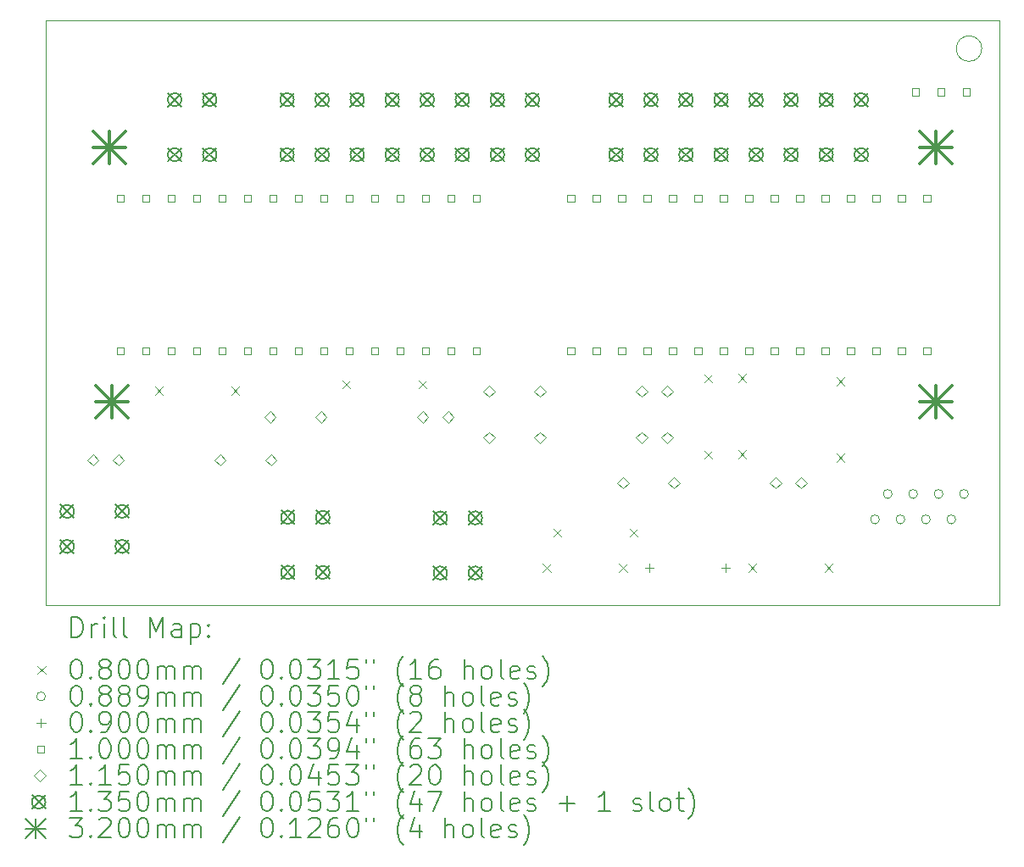
<source format=gbr>
%TF.GenerationSoftware,KiCad,Pcbnew,7.0.7*%
%TF.CreationDate,2024-07-14T01:40:13-07:00*%
%TF.ProjectId,ACS Arduino Board,41435320-4172-4647-9569-6e6f20426f61,rev?*%
%TF.SameCoordinates,Original*%
%TF.FileFunction,Drillmap*%
%TF.FilePolarity,Positive*%
%FSLAX45Y45*%
G04 Gerber Fmt 4.5, Leading zero omitted, Abs format (unit mm)*
G04 Created by KiCad (PCBNEW 7.0.7) date 2024-07-14 01:40:13*
%MOMM*%
%LPD*%
G01*
G04 APERTURE LIST*
%ADD10C,0.100000*%
%ADD11C,0.200000*%
%ADD12C,0.080000*%
%ADD13C,0.088900*%
%ADD14C,0.090000*%
%ADD15C,0.115000*%
%ADD16C,0.135000*%
%ADD17C,0.320000*%
G04 APERTURE END LIST*
D10*
X2540000Y-2540000D02*
X12065000Y-2540000D01*
X12065000Y-8382000D01*
X2540000Y-8382000D01*
X2540000Y-2540000D01*
X11887200Y-2819400D02*
G75*
G03*
X11887200Y-2819400I-127000J0D01*
G01*
D11*
D12*
X3631000Y-6196000D02*
X3711000Y-6276000D01*
X3711000Y-6196000D02*
X3631000Y-6276000D01*
X4393000Y-6196000D02*
X4473000Y-6276000D01*
X4473000Y-6196000D02*
X4393000Y-6276000D01*
X5500000Y-6133000D02*
X5580000Y-6213000D01*
X5580000Y-6133000D02*
X5500000Y-6213000D01*
X6262000Y-6133000D02*
X6342000Y-6213000D01*
X6342000Y-6133000D02*
X6262000Y-6213000D01*
X7503000Y-7966000D02*
X7583000Y-8046000D01*
X7583000Y-7966000D02*
X7503000Y-8046000D01*
X7609000Y-7614000D02*
X7689000Y-7694000D01*
X7689000Y-7614000D02*
X7609000Y-7694000D01*
X8265000Y-7966000D02*
X8345000Y-8046000D01*
X8345000Y-7966000D02*
X8265000Y-8046000D01*
X8371000Y-7614000D02*
X8451000Y-7694000D01*
X8451000Y-7614000D02*
X8371000Y-7694000D01*
X9113000Y-6075000D02*
X9193000Y-6155000D01*
X9193000Y-6075000D02*
X9113000Y-6155000D01*
X9113000Y-6837000D02*
X9193000Y-6917000D01*
X9193000Y-6837000D02*
X9113000Y-6917000D01*
X9455000Y-6069000D02*
X9535000Y-6149000D01*
X9535000Y-6069000D02*
X9455000Y-6149000D01*
X9455000Y-6831000D02*
X9535000Y-6911000D01*
X9535000Y-6831000D02*
X9455000Y-6911000D01*
X9556000Y-7966000D02*
X9636000Y-8046000D01*
X9636000Y-7966000D02*
X9556000Y-8046000D01*
X10318000Y-7966000D02*
X10398000Y-8046000D01*
X10398000Y-7966000D02*
X10318000Y-8046000D01*
X10436000Y-6105000D02*
X10516000Y-6185000D01*
X10516000Y-6105000D02*
X10436000Y-6185000D01*
X10436000Y-6867000D02*
X10516000Y-6947000D01*
X10516000Y-6867000D02*
X10436000Y-6947000D01*
D13*
X10865440Y-7522460D02*
G75*
G03*
X10865440Y-7522460I-44450J0D01*
G01*
X10992440Y-7268460D02*
G75*
G03*
X10992440Y-7268460I-44450J0D01*
G01*
X11119440Y-7522460D02*
G75*
G03*
X11119440Y-7522460I-44450J0D01*
G01*
X11246440Y-7268460D02*
G75*
G03*
X11246440Y-7268460I-44450J0D01*
G01*
X11373440Y-7522460D02*
G75*
G03*
X11373440Y-7522460I-44450J0D01*
G01*
X11500440Y-7268460D02*
G75*
G03*
X11500440Y-7268460I-44450J0D01*
G01*
X11627440Y-7522460D02*
G75*
G03*
X11627440Y-7522460I-44450J0D01*
G01*
X11754440Y-7268460D02*
G75*
G03*
X11754440Y-7268460I-44450J0D01*
G01*
D14*
X8566000Y-7961000D02*
X8566000Y-8051000D01*
X8521000Y-8006000D02*
X8611000Y-8006000D01*
X9328000Y-7961000D02*
X9328000Y-8051000D01*
X9283000Y-8006000D02*
X9373000Y-8006000D01*
D10*
X3320356Y-4351356D02*
X3320356Y-4280644D01*
X3249644Y-4280644D01*
X3249644Y-4351356D01*
X3320356Y-4351356D01*
X3320356Y-5875356D02*
X3320356Y-5804644D01*
X3249644Y-5804644D01*
X3249644Y-5875356D01*
X3320356Y-5875356D01*
X3574356Y-4351356D02*
X3574356Y-4280644D01*
X3503644Y-4280644D01*
X3503644Y-4351356D01*
X3574356Y-4351356D01*
X3574356Y-5875356D02*
X3574356Y-5804644D01*
X3503644Y-5804644D01*
X3503644Y-5875356D01*
X3574356Y-5875356D01*
X3828356Y-4351356D02*
X3828356Y-4280644D01*
X3757644Y-4280644D01*
X3757644Y-4351356D01*
X3828356Y-4351356D01*
X3828356Y-5875356D02*
X3828356Y-5804644D01*
X3757644Y-5804644D01*
X3757644Y-5875356D01*
X3828356Y-5875356D01*
X4082356Y-4351356D02*
X4082356Y-4280644D01*
X4011644Y-4280644D01*
X4011644Y-4351356D01*
X4082356Y-4351356D01*
X4082356Y-5875356D02*
X4082356Y-5804644D01*
X4011644Y-5804644D01*
X4011644Y-5875356D01*
X4082356Y-5875356D01*
X4336356Y-4351356D02*
X4336356Y-4280644D01*
X4265644Y-4280644D01*
X4265644Y-4351356D01*
X4336356Y-4351356D01*
X4336356Y-5875356D02*
X4336356Y-5804644D01*
X4265644Y-5804644D01*
X4265644Y-5875356D01*
X4336356Y-5875356D01*
X4590356Y-4351356D02*
X4590356Y-4280644D01*
X4519644Y-4280644D01*
X4519644Y-4351356D01*
X4590356Y-4351356D01*
X4590356Y-5875356D02*
X4590356Y-5804644D01*
X4519644Y-5804644D01*
X4519644Y-5875356D01*
X4590356Y-5875356D01*
X4844356Y-4351356D02*
X4844356Y-4280644D01*
X4773644Y-4280644D01*
X4773644Y-4351356D01*
X4844356Y-4351356D01*
X4844356Y-5875356D02*
X4844356Y-5804644D01*
X4773644Y-5804644D01*
X4773644Y-5875356D01*
X4844356Y-5875356D01*
X5098356Y-4351356D02*
X5098356Y-4280644D01*
X5027644Y-4280644D01*
X5027644Y-4351356D01*
X5098356Y-4351356D01*
X5098356Y-5875356D02*
X5098356Y-5804644D01*
X5027644Y-5804644D01*
X5027644Y-5875356D01*
X5098356Y-5875356D01*
X5352356Y-4351356D02*
X5352356Y-4280644D01*
X5281644Y-4280644D01*
X5281644Y-4351356D01*
X5352356Y-4351356D01*
X5352356Y-5875356D02*
X5352356Y-5804644D01*
X5281644Y-5804644D01*
X5281644Y-5875356D01*
X5352356Y-5875356D01*
X5606356Y-4351356D02*
X5606356Y-4280644D01*
X5535644Y-4280644D01*
X5535644Y-4351356D01*
X5606356Y-4351356D01*
X5606356Y-5875356D02*
X5606356Y-5804644D01*
X5535644Y-5804644D01*
X5535644Y-5875356D01*
X5606356Y-5875356D01*
X5860356Y-4351356D02*
X5860356Y-4280644D01*
X5789644Y-4280644D01*
X5789644Y-4351356D01*
X5860356Y-4351356D01*
X5860356Y-5875356D02*
X5860356Y-5804644D01*
X5789644Y-5804644D01*
X5789644Y-5875356D01*
X5860356Y-5875356D01*
X6114356Y-4351356D02*
X6114356Y-4280644D01*
X6043644Y-4280644D01*
X6043644Y-4351356D01*
X6114356Y-4351356D01*
X6114356Y-5875356D02*
X6114356Y-5804644D01*
X6043644Y-5804644D01*
X6043644Y-5875356D01*
X6114356Y-5875356D01*
X6368356Y-4351356D02*
X6368356Y-4280644D01*
X6297644Y-4280644D01*
X6297644Y-4351356D01*
X6368356Y-4351356D01*
X6368356Y-5875356D02*
X6368356Y-5804644D01*
X6297644Y-5804644D01*
X6297644Y-5875356D01*
X6368356Y-5875356D01*
X6622356Y-4351356D02*
X6622356Y-4280644D01*
X6551644Y-4280644D01*
X6551644Y-4351356D01*
X6622356Y-4351356D01*
X6622356Y-5875356D02*
X6622356Y-5804644D01*
X6551644Y-5804644D01*
X6551644Y-5875356D01*
X6622356Y-5875356D01*
X6876356Y-4351356D02*
X6876356Y-4280644D01*
X6805644Y-4280644D01*
X6805644Y-4351356D01*
X6876356Y-4351356D01*
X6876356Y-5875356D02*
X6876356Y-5804644D01*
X6805644Y-5804644D01*
X6805644Y-5875356D01*
X6876356Y-5875356D01*
X7819356Y-4349356D02*
X7819356Y-4278644D01*
X7748644Y-4278644D01*
X7748644Y-4349356D01*
X7819356Y-4349356D01*
X7819356Y-5873356D02*
X7819356Y-5802644D01*
X7748644Y-5802644D01*
X7748644Y-5873356D01*
X7819356Y-5873356D01*
X8073356Y-4349356D02*
X8073356Y-4278644D01*
X8002644Y-4278644D01*
X8002644Y-4349356D01*
X8073356Y-4349356D01*
X8073356Y-5873356D02*
X8073356Y-5802644D01*
X8002644Y-5802644D01*
X8002644Y-5873356D01*
X8073356Y-5873356D01*
X8327356Y-4349356D02*
X8327356Y-4278644D01*
X8256644Y-4278644D01*
X8256644Y-4349356D01*
X8327356Y-4349356D01*
X8327356Y-5873356D02*
X8327356Y-5802644D01*
X8256644Y-5802644D01*
X8256644Y-5873356D01*
X8327356Y-5873356D01*
X8581356Y-4349356D02*
X8581356Y-4278644D01*
X8510644Y-4278644D01*
X8510644Y-4349356D01*
X8581356Y-4349356D01*
X8581356Y-5873356D02*
X8581356Y-5802644D01*
X8510644Y-5802644D01*
X8510644Y-5873356D01*
X8581356Y-5873356D01*
X8835356Y-4349356D02*
X8835356Y-4278644D01*
X8764644Y-4278644D01*
X8764644Y-4349356D01*
X8835356Y-4349356D01*
X8835356Y-5873356D02*
X8835356Y-5802644D01*
X8764644Y-5802644D01*
X8764644Y-5873356D01*
X8835356Y-5873356D01*
X9089356Y-4349356D02*
X9089356Y-4278644D01*
X9018644Y-4278644D01*
X9018644Y-4349356D01*
X9089356Y-4349356D01*
X9089356Y-5873356D02*
X9089356Y-5802644D01*
X9018644Y-5802644D01*
X9018644Y-5873356D01*
X9089356Y-5873356D01*
X9343356Y-4349356D02*
X9343356Y-4278644D01*
X9272644Y-4278644D01*
X9272644Y-4349356D01*
X9343356Y-4349356D01*
X9343356Y-5873356D02*
X9343356Y-5802644D01*
X9272644Y-5802644D01*
X9272644Y-5873356D01*
X9343356Y-5873356D01*
X9597356Y-4349356D02*
X9597356Y-4278644D01*
X9526644Y-4278644D01*
X9526644Y-4349356D01*
X9597356Y-4349356D01*
X9597356Y-5873356D02*
X9597356Y-5802644D01*
X9526644Y-5802644D01*
X9526644Y-5873356D01*
X9597356Y-5873356D01*
X9851356Y-4349356D02*
X9851356Y-4278644D01*
X9780644Y-4278644D01*
X9780644Y-4349356D01*
X9851356Y-4349356D01*
X9851356Y-5873356D02*
X9851356Y-5802644D01*
X9780644Y-5802644D01*
X9780644Y-5873356D01*
X9851356Y-5873356D01*
X10105356Y-4349356D02*
X10105356Y-4278644D01*
X10034644Y-4278644D01*
X10034644Y-4349356D01*
X10105356Y-4349356D01*
X10105356Y-5873356D02*
X10105356Y-5802644D01*
X10034644Y-5802644D01*
X10034644Y-5873356D01*
X10105356Y-5873356D01*
X10359356Y-4349356D02*
X10359356Y-4278644D01*
X10288644Y-4278644D01*
X10288644Y-4349356D01*
X10359356Y-4349356D01*
X10359356Y-5873356D02*
X10359356Y-5802644D01*
X10288644Y-5802644D01*
X10288644Y-5873356D01*
X10359356Y-5873356D01*
X10613356Y-4349356D02*
X10613356Y-4278644D01*
X10542644Y-4278644D01*
X10542644Y-4349356D01*
X10613356Y-4349356D01*
X10613356Y-5873356D02*
X10613356Y-5802644D01*
X10542644Y-5802644D01*
X10542644Y-5873356D01*
X10613356Y-5873356D01*
X10867356Y-4349356D02*
X10867356Y-4278644D01*
X10796644Y-4278644D01*
X10796644Y-4349356D01*
X10867356Y-4349356D01*
X10867356Y-5873356D02*
X10867356Y-5802644D01*
X10796644Y-5802644D01*
X10796644Y-5873356D01*
X10867356Y-5873356D01*
X11121356Y-4349356D02*
X11121356Y-4278644D01*
X11050644Y-4278644D01*
X11050644Y-4349356D01*
X11121356Y-4349356D01*
X11121356Y-5873356D02*
X11121356Y-5802644D01*
X11050644Y-5802644D01*
X11050644Y-5873356D01*
X11121356Y-5873356D01*
X11260656Y-3289056D02*
X11260656Y-3218344D01*
X11189944Y-3218344D01*
X11189944Y-3289056D01*
X11260656Y-3289056D01*
X11375356Y-4349356D02*
X11375356Y-4278644D01*
X11304644Y-4278644D01*
X11304644Y-4349356D01*
X11375356Y-4349356D01*
X11375356Y-5873356D02*
X11375356Y-5802644D01*
X11304644Y-5802644D01*
X11304644Y-5873356D01*
X11375356Y-5873356D01*
X11514656Y-3289056D02*
X11514656Y-3218344D01*
X11443944Y-3218344D01*
X11443944Y-3289056D01*
X11514656Y-3289056D01*
X11768656Y-3289056D02*
X11768656Y-3218344D01*
X11697944Y-3218344D01*
X11697944Y-3289056D01*
X11768656Y-3289056D01*
D15*
X3009500Y-6984786D02*
X3067000Y-6927286D01*
X3009500Y-6869786D01*
X2952000Y-6927286D01*
X3009500Y-6984786D01*
X3263500Y-6984786D02*
X3321000Y-6927286D01*
X3263500Y-6869786D01*
X3206000Y-6927286D01*
X3263500Y-6984786D01*
X4279500Y-6984786D02*
X4337000Y-6927286D01*
X4279500Y-6869786D01*
X4222000Y-6927286D01*
X4279500Y-6984786D01*
X4779000Y-6556500D02*
X4836500Y-6499000D01*
X4779000Y-6441500D01*
X4721500Y-6499000D01*
X4779000Y-6556500D01*
X4787500Y-6984786D02*
X4845000Y-6927286D01*
X4787500Y-6869786D01*
X4730000Y-6927286D01*
X4787500Y-6984786D01*
X5287000Y-6556500D02*
X5344500Y-6499000D01*
X5287000Y-6441500D01*
X5229500Y-6499000D01*
X5287000Y-6556500D01*
X6303000Y-6556500D02*
X6360500Y-6499000D01*
X6303000Y-6441500D01*
X6245500Y-6499000D01*
X6303000Y-6556500D01*
X6557000Y-6556500D02*
X6614500Y-6499000D01*
X6557000Y-6441500D01*
X6499500Y-6499000D01*
X6557000Y-6556500D01*
X6967100Y-6300214D02*
X7024600Y-6242714D01*
X6967100Y-6185214D01*
X6909600Y-6242714D01*
X6967100Y-6300214D01*
X6967100Y-6763100D02*
X7024600Y-6705600D01*
X6967100Y-6648100D01*
X6909600Y-6705600D01*
X6967100Y-6763100D01*
X7475100Y-6300214D02*
X7532600Y-6242714D01*
X7475100Y-6185214D01*
X7417600Y-6242714D01*
X7475100Y-6300214D01*
X7475100Y-6763100D02*
X7532600Y-6705600D01*
X7475100Y-6648100D01*
X7417600Y-6705600D01*
X7475100Y-6763100D01*
X8305800Y-7214614D02*
X8363300Y-7157114D01*
X8305800Y-7099614D01*
X8248300Y-7157114D01*
X8305800Y-7214614D01*
X8491100Y-6300214D02*
X8548600Y-6242714D01*
X8491100Y-6185214D01*
X8433600Y-6242714D01*
X8491100Y-6300214D01*
X8491100Y-6763100D02*
X8548600Y-6705600D01*
X8491100Y-6648100D01*
X8433600Y-6705600D01*
X8491100Y-6763100D01*
X8745100Y-6300214D02*
X8802600Y-6242714D01*
X8745100Y-6185214D01*
X8687600Y-6242714D01*
X8745100Y-6300214D01*
X8745100Y-6763100D02*
X8802600Y-6705600D01*
X8745100Y-6648100D01*
X8687600Y-6705600D01*
X8745100Y-6763100D01*
X8813800Y-7214614D02*
X8871300Y-7157114D01*
X8813800Y-7099614D01*
X8756300Y-7157114D01*
X8813800Y-7214614D01*
X9829800Y-7214614D02*
X9887300Y-7157114D01*
X9829800Y-7099614D01*
X9772300Y-7157114D01*
X9829800Y-7214614D01*
X10083800Y-7214614D02*
X10141300Y-7157114D01*
X10083800Y-7099614D01*
X10026300Y-7157114D01*
X10083800Y-7214614D01*
D16*
X2684500Y-7374700D02*
X2819500Y-7509700D01*
X2819500Y-7374700D02*
X2684500Y-7509700D01*
X2819500Y-7442200D02*
G75*
G03*
X2819500Y-7442200I-67500J0D01*
G01*
X2684500Y-7724700D02*
X2819500Y-7859700D01*
X2819500Y-7724700D02*
X2684500Y-7859700D01*
X2819500Y-7792200D02*
G75*
G03*
X2819500Y-7792200I-67500J0D01*
G01*
X3234500Y-7374700D02*
X3369500Y-7509700D01*
X3369500Y-7374700D02*
X3234500Y-7509700D01*
X3369500Y-7442200D02*
G75*
G03*
X3369500Y-7442200I-67500J0D01*
G01*
X3234500Y-7724700D02*
X3369500Y-7859700D01*
X3369500Y-7724700D02*
X3234500Y-7859700D01*
X3369500Y-7792200D02*
G75*
G03*
X3369500Y-7792200I-67500J0D01*
G01*
X3758500Y-3261500D02*
X3893500Y-3396500D01*
X3893500Y-3261500D02*
X3758500Y-3396500D01*
X3893500Y-3329000D02*
G75*
G03*
X3893500Y-3329000I-67500J0D01*
G01*
D11*
X3758500Y-3329000D02*
X3758500Y-3329000D01*
X3758500Y-3329000D02*
G75*
G03*
X3893500Y-3329000I67500J0D01*
G01*
X3893500Y-3329000D02*
X3893500Y-3329000D01*
X3893500Y-3329000D02*
G75*
G03*
X3758500Y-3329000I-67500J0D01*
G01*
D16*
X3758500Y-3811500D02*
X3893500Y-3946500D01*
X3893500Y-3811500D02*
X3758500Y-3946500D01*
X3893500Y-3879000D02*
G75*
G03*
X3893500Y-3879000I-67500J0D01*
G01*
X4108500Y-3261500D02*
X4243500Y-3396500D01*
X4243500Y-3261500D02*
X4108500Y-3396500D01*
X4243500Y-3329000D02*
G75*
G03*
X4243500Y-3329000I-67500J0D01*
G01*
X4108500Y-3811500D02*
X4243500Y-3946500D01*
X4243500Y-3811500D02*
X4108500Y-3946500D01*
X4243500Y-3879000D02*
G75*
G03*
X4243500Y-3879000I-67500J0D01*
G01*
X4881500Y-3261500D02*
X5016500Y-3396500D01*
X5016500Y-3261500D02*
X4881500Y-3396500D01*
X5016500Y-3329000D02*
G75*
G03*
X5016500Y-3329000I-67500J0D01*
G01*
X4881500Y-3811500D02*
X5016500Y-3946500D01*
X5016500Y-3811500D02*
X4881500Y-3946500D01*
X5016500Y-3879000D02*
G75*
G03*
X5016500Y-3879000I-67500J0D01*
G01*
X4888300Y-7434500D02*
X5023300Y-7569500D01*
X5023300Y-7434500D02*
X4888300Y-7569500D01*
X5023300Y-7502000D02*
G75*
G03*
X5023300Y-7502000I-67500J0D01*
G01*
X4888300Y-7984500D02*
X5023300Y-8119500D01*
X5023300Y-7984500D02*
X4888300Y-8119500D01*
X5023300Y-8052000D02*
G75*
G03*
X5023300Y-8052000I-67500J0D01*
G01*
X5231500Y-3261500D02*
X5366500Y-3396500D01*
X5366500Y-3261500D02*
X5231500Y-3396500D01*
X5366500Y-3329000D02*
G75*
G03*
X5366500Y-3329000I-67500J0D01*
G01*
X5231500Y-3811500D02*
X5366500Y-3946500D01*
X5366500Y-3811500D02*
X5231500Y-3946500D01*
X5366500Y-3879000D02*
G75*
G03*
X5366500Y-3879000I-67500J0D01*
G01*
X5238300Y-7434500D02*
X5373300Y-7569500D01*
X5373300Y-7434500D02*
X5238300Y-7569500D01*
X5373300Y-7502000D02*
G75*
G03*
X5373300Y-7502000I-67500J0D01*
G01*
X5238300Y-7984500D02*
X5373300Y-8119500D01*
X5373300Y-7984500D02*
X5238300Y-8119500D01*
X5373300Y-8052000D02*
G75*
G03*
X5373300Y-8052000I-67500J0D01*
G01*
X5581500Y-3261500D02*
X5716500Y-3396500D01*
X5716500Y-3261500D02*
X5581500Y-3396500D01*
X5716500Y-3329000D02*
G75*
G03*
X5716500Y-3329000I-67500J0D01*
G01*
X5581500Y-3811500D02*
X5716500Y-3946500D01*
X5716500Y-3811500D02*
X5581500Y-3946500D01*
X5716500Y-3879000D02*
G75*
G03*
X5716500Y-3879000I-67500J0D01*
G01*
X5931500Y-3261500D02*
X6066500Y-3396500D01*
X6066500Y-3261500D02*
X5931500Y-3396500D01*
X6066500Y-3329000D02*
G75*
G03*
X6066500Y-3329000I-67500J0D01*
G01*
X5931500Y-3811500D02*
X6066500Y-3946500D01*
X6066500Y-3811500D02*
X5931500Y-3946500D01*
X6066500Y-3879000D02*
G75*
G03*
X6066500Y-3879000I-67500J0D01*
G01*
X6281500Y-3261500D02*
X6416500Y-3396500D01*
X6416500Y-3261500D02*
X6281500Y-3396500D01*
X6416500Y-3329000D02*
G75*
G03*
X6416500Y-3329000I-67500J0D01*
G01*
X6281500Y-3811500D02*
X6416500Y-3946500D01*
X6416500Y-3811500D02*
X6281500Y-3946500D01*
X6416500Y-3879000D02*
G75*
G03*
X6416500Y-3879000I-67500J0D01*
G01*
X6411500Y-7440500D02*
X6546500Y-7575500D01*
X6546500Y-7440500D02*
X6411500Y-7575500D01*
X6546500Y-7508000D02*
G75*
G03*
X6546500Y-7508000I-67500J0D01*
G01*
X6411500Y-7990500D02*
X6546500Y-8125500D01*
X6546500Y-7990500D02*
X6411500Y-8125500D01*
X6546500Y-8058000D02*
G75*
G03*
X6546500Y-8058000I-67500J0D01*
G01*
X6631500Y-3261500D02*
X6766500Y-3396500D01*
X6766500Y-3261500D02*
X6631500Y-3396500D01*
X6766500Y-3329000D02*
G75*
G03*
X6766500Y-3329000I-67500J0D01*
G01*
X6631500Y-3811500D02*
X6766500Y-3946500D01*
X6766500Y-3811500D02*
X6631500Y-3946500D01*
X6766500Y-3879000D02*
G75*
G03*
X6766500Y-3879000I-67500J0D01*
G01*
X6761500Y-7440500D02*
X6896500Y-7575500D01*
X6896500Y-7440500D02*
X6761500Y-7575500D01*
X6896500Y-7508000D02*
G75*
G03*
X6896500Y-7508000I-67500J0D01*
G01*
X6761500Y-7990500D02*
X6896500Y-8125500D01*
X6896500Y-7990500D02*
X6761500Y-8125500D01*
X6896500Y-8058000D02*
G75*
G03*
X6896500Y-8058000I-67500J0D01*
G01*
X6981500Y-3261500D02*
X7116500Y-3396500D01*
X7116500Y-3261500D02*
X6981500Y-3396500D01*
X7116500Y-3329000D02*
G75*
G03*
X7116500Y-3329000I-67500J0D01*
G01*
X6981500Y-3811500D02*
X7116500Y-3946500D01*
X7116500Y-3811500D02*
X6981500Y-3946500D01*
X7116500Y-3879000D02*
G75*
G03*
X7116500Y-3879000I-67500J0D01*
G01*
X7331500Y-3261500D02*
X7466500Y-3396500D01*
X7466500Y-3261500D02*
X7331500Y-3396500D01*
X7466500Y-3329000D02*
G75*
G03*
X7466500Y-3329000I-67500J0D01*
G01*
X7331500Y-3811500D02*
X7466500Y-3946500D01*
X7466500Y-3811500D02*
X7331500Y-3946500D01*
X7466500Y-3879000D02*
G75*
G03*
X7466500Y-3879000I-67500J0D01*
G01*
X8165500Y-3261500D02*
X8300500Y-3396500D01*
X8300500Y-3261500D02*
X8165500Y-3396500D01*
X8300500Y-3329000D02*
G75*
G03*
X8300500Y-3329000I-67500J0D01*
G01*
X8165500Y-3811500D02*
X8300500Y-3946500D01*
X8300500Y-3811500D02*
X8165500Y-3946500D01*
X8300500Y-3879000D02*
G75*
G03*
X8300500Y-3879000I-67500J0D01*
G01*
X8515500Y-3261500D02*
X8650500Y-3396500D01*
X8650500Y-3261500D02*
X8515500Y-3396500D01*
X8650500Y-3329000D02*
G75*
G03*
X8650500Y-3329000I-67500J0D01*
G01*
X8515500Y-3811500D02*
X8650500Y-3946500D01*
X8650500Y-3811500D02*
X8515500Y-3946500D01*
X8650500Y-3879000D02*
G75*
G03*
X8650500Y-3879000I-67500J0D01*
G01*
X8865500Y-3261500D02*
X9000500Y-3396500D01*
X9000500Y-3261500D02*
X8865500Y-3396500D01*
X9000500Y-3329000D02*
G75*
G03*
X9000500Y-3329000I-67500J0D01*
G01*
X8865500Y-3811500D02*
X9000500Y-3946500D01*
X9000500Y-3811500D02*
X8865500Y-3946500D01*
X9000500Y-3879000D02*
G75*
G03*
X9000500Y-3879000I-67500J0D01*
G01*
X9215500Y-3261500D02*
X9350500Y-3396500D01*
X9350500Y-3261500D02*
X9215500Y-3396500D01*
X9350500Y-3329000D02*
G75*
G03*
X9350500Y-3329000I-67500J0D01*
G01*
X9215500Y-3811500D02*
X9350500Y-3946500D01*
X9350500Y-3811500D02*
X9215500Y-3946500D01*
X9350500Y-3879000D02*
G75*
G03*
X9350500Y-3879000I-67500J0D01*
G01*
X9565500Y-3261500D02*
X9700500Y-3396500D01*
X9700500Y-3261500D02*
X9565500Y-3396500D01*
X9700500Y-3329000D02*
G75*
G03*
X9700500Y-3329000I-67500J0D01*
G01*
X9565500Y-3811500D02*
X9700500Y-3946500D01*
X9700500Y-3811500D02*
X9565500Y-3946500D01*
X9700500Y-3879000D02*
G75*
G03*
X9700500Y-3879000I-67500J0D01*
G01*
X9915500Y-3261500D02*
X10050500Y-3396500D01*
X10050500Y-3261500D02*
X9915500Y-3396500D01*
X10050500Y-3329000D02*
G75*
G03*
X10050500Y-3329000I-67500J0D01*
G01*
X9915500Y-3811500D02*
X10050500Y-3946500D01*
X10050500Y-3811500D02*
X9915500Y-3946500D01*
X10050500Y-3879000D02*
G75*
G03*
X10050500Y-3879000I-67500J0D01*
G01*
X10265500Y-3261500D02*
X10400500Y-3396500D01*
X10400500Y-3261500D02*
X10265500Y-3396500D01*
X10400500Y-3329000D02*
G75*
G03*
X10400500Y-3329000I-67500J0D01*
G01*
X10265500Y-3811500D02*
X10400500Y-3946500D01*
X10400500Y-3811500D02*
X10265500Y-3946500D01*
X10400500Y-3879000D02*
G75*
G03*
X10400500Y-3879000I-67500J0D01*
G01*
X10615500Y-3261500D02*
X10750500Y-3396500D01*
X10750500Y-3261500D02*
X10615500Y-3396500D01*
X10750500Y-3329000D02*
G75*
G03*
X10750500Y-3329000I-67500J0D01*
G01*
X10615500Y-3811500D02*
X10750500Y-3946500D01*
X10750500Y-3811500D02*
X10615500Y-3946500D01*
X10750500Y-3879000D02*
G75*
G03*
X10750500Y-3879000I-67500J0D01*
G01*
D17*
X3015000Y-3650000D02*
X3335000Y-3970000D01*
X3335000Y-3650000D02*
X3015000Y-3970000D01*
X3175000Y-3650000D02*
X3175000Y-3970000D01*
X3015000Y-3810000D02*
X3335000Y-3810000D01*
X3039000Y-6190000D02*
X3359000Y-6510000D01*
X3359000Y-6190000D02*
X3039000Y-6510000D01*
X3199000Y-6190000D02*
X3199000Y-6510000D01*
X3039000Y-6350000D02*
X3359000Y-6350000D01*
X11270000Y-3650000D02*
X11590000Y-3970000D01*
X11590000Y-3650000D02*
X11270000Y-3970000D01*
X11430000Y-3650000D02*
X11430000Y-3970000D01*
X11270000Y-3810000D02*
X11590000Y-3810000D01*
X11270000Y-6190000D02*
X11590000Y-6510000D01*
X11590000Y-6190000D02*
X11270000Y-6510000D01*
X11430000Y-6190000D02*
X11430000Y-6510000D01*
X11270000Y-6350000D02*
X11590000Y-6350000D01*
D11*
X2795777Y-8698484D02*
X2795777Y-8498484D01*
X2795777Y-8498484D02*
X2843396Y-8498484D01*
X2843396Y-8498484D02*
X2871967Y-8508008D01*
X2871967Y-8508008D02*
X2891015Y-8527055D01*
X2891015Y-8527055D02*
X2900539Y-8546103D01*
X2900539Y-8546103D02*
X2910062Y-8584198D01*
X2910062Y-8584198D02*
X2910062Y-8612770D01*
X2910062Y-8612770D02*
X2900539Y-8650865D01*
X2900539Y-8650865D02*
X2891015Y-8669912D01*
X2891015Y-8669912D02*
X2871967Y-8688960D01*
X2871967Y-8688960D02*
X2843396Y-8698484D01*
X2843396Y-8698484D02*
X2795777Y-8698484D01*
X2995777Y-8698484D02*
X2995777Y-8565150D01*
X2995777Y-8603246D02*
X3005301Y-8584198D01*
X3005301Y-8584198D02*
X3014824Y-8574674D01*
X3014824Y-8574674D02*
X3033872Y-8565150D01*
X3033872Y-8565150D02*
X3052920Y-8565150D01*
X3119586Y-8698484D02*
X3119586Y-8565150D01*
X3119586Y-8498484D02*
X3110062Y-8508008D01*
X3110062Y-8508008D02*
X3119586Y-8517531D01*
X3119586Y-8517531D02*
X3129110Y-8508008D01*
X3129110Y-8508008D02*
X3119586Y-8498484D01*
X3119586Y-8498484D02*
X3119586Y-8517531D01*
X3243396Y-8698484D02*
X3224348Y-8688960D01*
X3224348Y-8688960D02*
X3214824Y-8669912D01*
X3214824Y-8669912D02*
X3214824Y-8498484D01*
X3348158Y-8698484D02*
X3329110Y-8688960D01*
X3329110Y-8688960D02*
X3319586Y-8669912D01*
X3319586Y-8669912D02*
X3319586Y-8498484D01*
X3576729Y-8698484D02*
X3576729Y-8498484D01*
X3576729Y-8498484D02*
X3643396Y-8641341D01*
X3643396Y-8641341D02*
X3710062Y-8498484D01*
X3710062Y-8498484D02*
X3710062Y-8698484D01*
X3891015Y-8698484D02*
X3891015Y-8593722D01*
X3891015Y-8593722D02*
X3881491Y-8574674D01*
X3881491Y-8574674D02*
X3862443Y-8565150D01*
X3862443Y-8565150D02*
X3824348Y-8565150D01*
X3824348Y-8565150D02*
X3805301Y-8574674D01*
X3891015Y-8688960D02*
X3871967Y-8698484D01*
X3871967Y-8698484D02*
X3824348Y-8698484D01*
X3824348Y-8698484D02*
X3805301Y-8688960D01*
X3805301Y-8688960D02*
X3795777Y-8669912D01*
X3795777Y-8669912D02*
X3795777Y-8650865D01*
X3795777Y-8650865D02*
X3805301Y-8631817D01*
X3805301Y-8631817D02*
X3824348Y-8622293D01*
X3824348Y-8622293D02*
X3871967Y-8622293D01*
X3871967Y-8622293D02*
X3891015Y-8612770D01*
X3986253Y-8565150D02*
X3986253Y-8765150D01*
X3986253Y-8574674D02*
X4005301Y-8565150D01*
X4005301Y-8565150D02*
X4043396Y-8565150D01*
X4043396Y-8565150D02*
X4062443Y-8574674D01*
X4062443Y-8574674D02*
X4071967Y-8584198D01*
X4071967Y-8584198D02*
X4081491Y-8603246D01*
X4081491Y-8603246D02*
X4081491Y-8660389D01*
X4081491Y-8660389D02*
X4071967Y-8679436D01*
X4071967Y-8679436D02*
X4062443Y-8688960D01*
X4062443Y-8688960D02*
X4043396Y-8698484D01*
X4043396Y-8698484D02*
X4005301Y-8698484D01*
X4005301Y-8698484D02*
X3986253Y-8688960D01*
X4167205Y-8679436D02*
X4176729Y-8688960D01*
X4176729Y-8688960D02*
X4167205Y-8698484D01*
X4167205Y-8698484D02*
X4157682Y-8688960D01*
X4157682Y-8688960D02*
X4167205Y-8679436D01*
X4167205Y-8679436D02*
X4167205Y-8698484D01*
X4167205Y-8574674D02*
X4176729Y-8584198D01*
X4176729Y-8584198D02*
X4167205Y-8593722D01*
X4167205Y-8593722D02*
X4157682Y-8584198D01*
X4157682Y-8584198D02*
X4167205Y-8574674D01*
X4167205Y-8574674D02*
X4167205Y-8593722D01*
D12*
X2455000Y-8987000D02*
X2535000Y-9067000D01*
X2535000Y-8987000D02*
X2455000Y-9067000D01*
D11*
X2833872Y-8918484D02*
X2852920Y-8918484D01*
X2852920Y-8918484D02*
X2871967Y-8928008D01*
X2871967Y-8928008D02*
X2881491Y-8937531D01*
X2881491Y-8937531D02*
X2891015Y-8956579D01*
X2891015Y-8956579D02*
X2900539Y-8994674D01*
X2900539Y-8994674D02*
X2900539Y-9042293D01*
X2900539Y-9042293D02*
X2891015Y-9080389D01*
X2891015Y-9080389D02*
X2881491Y-9099436D01*
X2881491Y-9099436D02*
X2871967Y-9108960D01*
X2871967Y-9108960D02*
X2852920Y-9118484D01*
X2852920Y-9118484D02*
X2833872Y-9118484D01*
X2833872Y-9118484D02*
X2814824Y-9108960D01*
X2814824Y-9108960D02*
X2805301Y-9099436D01*
X2805301Y-9099436D02*
X2795777Y-9080389D01*
X2795777Y-9080389D02*
X2786253Y-9042293D01*
X2786253Y-9042293D02*
X2786253Y-8994674D01*
X2786253Y-8994674D02*
X2795777Y-8956579D01*
X2795777Y-8956579D02*
X2805301Y-8937531D01*
X2805301Y-8937531D02*
X2814824Y-8928008D01*
X2814824Y-8928008D02*
X2833872Y-8918484D01*
X2986253Y-9099436D02*
X2995777Y-9108960D01*
X2995777Y-9108960D02*
X2986253Y-9118484D01*
X2986253Y-9118484D02*
X2976729Y-9108960D01*
X2976729Y-9108960D02*
X2986253Y-9099436D01*
X2986253Y-9099436D02*
X2986253Y-9118484D01*
X3110062Y-9004198D02*
X3091015Y-8994674D01*
X3091015Y-8994674D02*
X3081491Y-8985150D01*
X3081491Y-8985150D02*
X3071967Y-8966103D01*
X3071967Y-8966103D02*
X3071967Y-8956579D01*
X3071967Y-8956579D02*
X3081491Y-8937531D01*
X3081491Y-8937531D02*
X3091015Y-8928008D01*
X3091015Y-8928008D02*
X3110062Y-8918484D01*
X3110062Y-8918484D02*
X3148158Y-8918484D01*
X3148158Y-8918484D02*
X3167205Y-8928008D01*
X3167205Y-8928008D02*
X3176729Y-8937531D01*
X3176729Y-8937531D02*
X3186253Y-8956579D01*
X3186253Y-8956579D02*
X3186253Y-8966103D01*
X3186253Y-8966103D02*
X3176729Y-8985150D01*
X3176729Y-8985150D02*
X3167205Y-8994674D01*
X3167205Y-8994674D02*
X3148158Y-9004198D01*
X3148158Y-9004198D02*
X3110062Y-9004198D01*
X3110062Y-9004198D02*
X3091015Y-9013722D01*
X3091015Y-9013722D02*
X3081491Y-9023246D01*
X3081491Y-9023246D02*
X3071967Y-9042293D01*
X3071967Y-9042293D02*
X3071967Y-9080389D01*
X3071967Y-9080389D02*
X3081491Y-9099436D01*
X3081491Y-9099436D02*
X3091015Y-9108960D01*
X3091015Y-9108960D02*
X3110062Y-9118484D01*
X3110062Y-9118484D02*
X3148158Y-9118484D01*
X3148158Y-9118484D02*
X3167205Y-9108960D01*
X3167205Y-9108960D02*
X3176729Y-9099436D01*
X3176729Y-9099436D02*
X3186253Y-9080389D01*
X3186253Y-9080389D02*
X3186253Y-9042293D01*
X3186253Y-9042293D02*
X3176729Y-9023246D01*
X3176729Y-9023246D02*
X3167205Y-9013722D01*
X3167205Y-9013722D02*
X3148158Y-9004198D01*
X3310062Y-8918484D02*
X3329110Y-8918484D01*
X3329110Y-8918484D02*
X3348158Y-8928008D01*
X3348158Y-8928008D02*
X3357682Y-8937531D01*
X3357682Y-8937531D02*
X3367205Y-8956579D01*
X3367205Y-8956579D02*
X3376729Y-8994674D01*
X3376729Y-8994674D02*
X3376729Y-9042293D01*
X3376729Y-9042293D02*
X3367205Y-9080389D01*
X3367205Y-9080389D02*
X3357682Y-9099436D01*
X3357682Y-9099436D02*
X3348158Y-9108960D01*
X3348158Y-9108960D02*
X3329110Y-9118484D01*
X3329110Y-9118484D02*
X3310062Y-9118484D01*
X3310062Y-9118484D02*
X3291015Y-9108960D01*
X3291015Y-9108960D02*
X3281491Y-9099436D01*
X3281491Y-9099436D02*
X3271967Y-9080389D01*
X3271967Y-9080389D02*
X3262443Y-9042293D01*
X3262443Y-9042293D02*
X3262443Y-8994674D01*
X3262443Y-8994674D02*
X3271967Y-8956579D01*
X3271967Y-8956579D02*
X3281491Y-8937531D01*
X3281491Y-8937531D02*
X3291015Y-8928008D01*
X3291015Y-8928008D02*
X3310062Y-8918484D01*
X3500539Y-8918484D02*
X3519586Y-8918484D01*
X3519586Y-8918484D02*
X3538634Y-8928008D01*
X3538634Y-8928008D02*
X3548158Y-8937531D01*
X3548158Y-8937531D02*
X3557682Y-8956579D01*
X3557682Y-8956579D02*
X3567205Y-8994674D01*
X3567205Y-8994674D02*
X3567205Y-9042293D01*
X3567205Y-9042293D02*
X3557682Y-9080389D01*
X3557682Y-9080389D02*
X3548158Y-9099436D01*
X3548158Y-9099436D02*
X3538634Y-9108960D01*
X3538634Y-9108960D02*
X3519586Y-9118484D01*
X3519586Y-9118484D02*
X3500539Y-9118484D01*
X3500539Y-9118484D02*
X3481491Y-9108960D01*
X3481491Y-9108960D02*
X3471967Y-9099436D01*
X3471967Y-9099436D02*
X3462443Y-9080389D01*
X3462443Y-9080389D02*
X3452920Y-9042293D01*
X3452920Y-9042293D02*
X3452920Y-8994674D01*
X3452920Y-8994674D02*
X3462443Y-8956579D01*
X3462443Y-8956579D02*
X3471967Y-8937531D01*
X3471967Y-8937531D02*
X3481491Y-8928008D01*
X3481491Y-8928008D02*
X3500539Y-8918484D01*
X3652920Y-9118484D02*
X3652920Y-8985150D01*
X3652920Y-9004198D02*
X3662443Y-8994674D01*
X3662443Y-8994674D02*
X3681491Y-8985150D01*
X3681491Y-8985150D02*
X3710063Y-8985150D01*
X3710063Y-8985150D02*
X3729110Y-8994674D01*
X3729110Y-8994674D02*
X3738634Y-9013722D01*
X3738634Y-9013722D02*
X3738634Y-9118484D01*
X3738634Y-9013722D02*
X3748158Y-8994674D01*
X3748158Y-8994674D02*
X3767205Y-8985150D01*
X3767205Y-8985150D02*
X3795777Y-8985150D01*
X3795777Y-8985150D02*
X3814824Y-8994674D01*
X3814824Y-8994674D02*
X3824348Y-9013722D01*
X3824348Y-9013722D02*
X3824348Y-9118484D01*
X3919586Y-9118484D02*
X3919586Y-8985150D01*
X3919586Y-9004198D02*
X3929110Y-8994674D01*
X3929110Y-8994674D02*
X3948158Y-8985150D01*
X3948158Y-8985150D02*
X3976729Y-8985150D01*
X3976729Y-8985150D02*
X3995777Y-8994674D01*
X3995777Y-8994674D02*
X4005301Y-9013722D01*
X4005301Y-9013722D02*
X4005301Y-9118484D01*
X4005301Y-9013722D02*
X4014824Y-8994674D01*
X4014824Y-8994674D02*
X4033872Y-8985150D01*
X4033872Y-8985150D02*
X4062443Y-8985150D01*
X4062443Y-8985150D02*
X4081491Y-8994674D01*
X4081491Y-8994674D02*
X4091015Y-9013722D01*
X4091015Y-9013722D02*
X4091015Y-9118484D01*
X4481491Y-8908960D02*
X4310063Y-9166103D01*
X4738634Y-8918484D02*
X4757682Y-8918484D01*
X4757682Y-8918484D02*
X4776729Y-8928008D01*
X4776729Y-8928008D02*
X4786253Y-8937531D01*
X4786253Y-8937531D02*
X4795777Y-8956579D01*
X4795777Y-8956579D02*
X4805301Y-8994674D01*
X4805301Y-8994674D02*
X4805301Y-9042293D01*
X4805301Y-9042293D02*
X4795777Y-9080389D01*
X4795777Y-9080389D02*
X4786253Y-9099436D01*
X4786253Y-9099436D02*
X4776729Y-9108960D01*
X4776729Y-9108960D02*
X4757682Y-9118484D01*
X4757682Y-9118484D02*
X4738634Y-9118484D01*
X4738634Y-9118484D02*
X4719587Y-9108960D01*
X4719587Y-9108960D02*
X4710063Y-9099436D01*
X4710063Y-9099436D02*
X4700539Y-9080389D01*
X4700539Y-9080389D02*
X4691015Y-9042293D01*
X4691015Y-9042293D02*
X4691015Y-8994674D01*
X4691015Y-8994674D02*
X4700539Y-8956579D01*
X4700539Y-8956579D02*
X4710063Y-8937531D01*
X4710063Y-8937531D02*
X4719587Y-8928008D01*
X4719587Y-8928008D02*
X4738634Y-8918484D01*
X4891015Y-9099436D02*
X4900539Y-9108960D01*
X4900539Y-9108960D02*
X4891015Y-9118484D01*
X4891015Y-9118484D02*
X4881491Y-9108960D01*
X4881491Y-9108960D02*
X4891015Y-9099436D01*
X4891015Y-9099436D02*
X4891015Y-9118484D01*
X5024348Y-8918484D02*
X5043396Y-8918484D01*
X5043396Y-8918484D02*
X5062444Y-8928008D01*
X5062444Y-8928008D02*
X5071968Y-8937531D01*
X5071968Y-8937531D02*
X5081491Y-8956579D01*
X5081491Y-8956579D02*
X5091015Y-8994674D01*
X5091015Y-8994674D02*
X5091015Y-9042293D01*
X5091015Y-9042293D02*
X5081491Y-9080389D01*
X5081491Y-9080389D02*
X5071968Y-9099436D01*
X5071968Y-9099436D02*
X5062444Y-9108960D01*
X5062444Y-9108960D02*
X5043396Y-9118484D01*
X5043396Y-9118484D02*
X5024348Y-9118484D01*
X5024348Y-9118484D02*
X5005301Y-9108960D01*
X5005301Y-9108960D02*
X4995777Y-9099436D01*
X4995777Y-9099436D02*
X4986253Y-9080389D01*
X4986253Y-9080389D02*
X4976729Y-9042293D01*
X4976729Y-9042293D02*
X4976729Y-8994674D01*
X4976729Y-8994674D02*
X4986253Y-8956579D01*
X4986253Y-8956579D02*
X4995777Y-8937531D01*
X4995777Y-8937531D02*
X5005301Y-8928008D01*
X5005301Y-8928008D02*
X5024348Y-8918484D01*
X5157682Y-8918484D02*
X5281491Y-8918484D01*
X5281491Y-8918484D02*
X5214825Y-8994674D01*
X5214825Y-8994674D02*
X5243396Y-8994674D01*
X5243396Y-8994674D02*
X5262444Y-9004198D01*
X5262444Y-9004198D02*
X5271968Y-9013722D01*
X5271968Y-9013722D02*
X5281491Y-9032770D01*
X5281491Y-9032770D02*
X5281491Y-9080389D01*
X5281491Y-9080389D02*
X5271968Y-9099436D01*
X5271968Y-9099436D02*
X5262444Y-9108960D01*
X5262444Y-9108960D02*
X5243396Y-9118484D01*
X5243396Y-9118484D02*
X5186253Y-9118484D01*
X5186253Y-9118484D02*
X5167206Y-9108960D01*
X5167206Y-9108960D02*
X5157682Y-9099436D01*
X5471968Y-9118484D02*
X5357682Y-9118484D01*
X5414825Y-9118484D02*
X5414825Y-8918484D01*
X5414825Y-8918484D02*
X5395777Y-8947055D01*
X5395777Y-8947055D02*
X5376729Y-8966103D01*
X5376729Y-8966103D02*
X5357682Y-8975627D01*
X5652920Y-8918484D02*
X5557682Y-8918484D01*
X5557682Y-8918484D02*
X5548158Y-9013722D01*
X5548158Y-9013722D02*
X5557682Y-9004198D01*
X5557682Y-9004198D02*
X5576729Y-8994674D01*
X5576729Y-8994674D02*
X5624348Y-8994674D01*
X5624348Y-8994674D02*
X5643396Y-9004198D01*
X5643396Y-9004198D02*
X5652920Y-9013722D01*
X5652920Y-9013722D02*
X5662444Y-9032770D01*
X5662444Y-9032770D02*
X5662444Y-9080389D01*
X5662444Y-9080389D02*
X5652920Y-9099436D01*
X5652920Y-9099436D02*
X5643396Y-9108960D01*
X5643396Y-9108960D02*
X5624348Y-9118484D01*
X5624348Y-9118484D02*
X5576729Y-9118484D01*
X5576729Y-9118484D02*
X5557682Y-9108960D01*
X5557682Y-9108960D02*
X5548158Y-9099436D01*
X5738634Y-8918484D02*
X5738634Y-8956579D01*
X5814825Y-8918484D02*
X5814825Y-8956579D01*
X6110063Y-9194674D02*
X6100539Y-9185150D01*
X6100539Y-9185150D02*
X6081491Y-9156579D01*
X6081491Y-9156579D02*
X6071968Y-9137531D01*
X6071968Y-9137531D02*
X6062444Y-9108960D01*
X6062444Y-9108960D02*
X6052920Y-9061341D01*
X6052920Y-9061341D02*
X6052920Y-9023246D01*
X6052920Y-9023246D02*
X6062444Y-8975627D01*
X6062444Y-8975627D02*
X6071968Y-8947055D01*
X6071968Y-8947055D02*
X6081491Y-8928008D01*
X6081491Y-8928008D02*
X6100539Y-8899436D01*
X6100539Y-8899436D02*
X6110063Y-8889912D01*
X6291015Y-9118484D02*
X6176729Y-9118484D01*
X6233872Y-9118484D02*
X6233872Y-8918484D01*
X6233872Y-8918484D02*
X6214825Y-8947055D01*
X6214825Y-8947055D02*
X6195777Y-8966103D01*
X6195777Y-8966103D02*
X6176729Y-8975627D01*
X6462444Y-8918484D02*
X6424348Y-8918484D01*
X6424348Y-8918484D02*
X6405301Y-8928008D01*
X6405301Y-8928008D02*
X6395777Y-8937531D01*
X6395777Y-8937531D02*
X6376729Y-8966103D01*
X6376729Y-8966103D02*
X6367206Y-9004198D01*
X6367206Y-9004198D02*
X6367206Y-9080389D01*
X6367206Y-9080389D02*
X6376729Y-9099436D01*
X6376729Y-9099436D02*
X6386253Y-9108960D01*
X6386253Y-9108960D02*
X6405301Y-9118484D01*
X6405301Y-9118484D02*
X6443396Y-9118484D01*
X6443396Y-9118484D02*
X6462444Y-9108960D01*
X6462444Y-9108960D02*
X6471968Y-9099436D01*
X6471968Y-9099436D02*
X6481491Y-9080389D01*
X6481491Y-9080389D02*
X6481491Y-9032770D01*
X6481491Y-9032770D02*
X6471968Y-9013722D01*
X6471968Y-9013722D02*
X6462444Y-9004198D01*
X6462444Y-9004198D02*
X6443396Y-8994674D01*
X6443396Y-8994674D02*
X6405301Y-8994674D01*
X6405301Y-8994674D02*
X6386253Y-9004198D01*
X6386253Y-9004198D02*
X6376729Y-9013722D01*
X6376729Y-9013722D02*
X6367206Y-9032770D01*
X6719587Y-9118484D02*
X6719587Y-8918484D01*
X6805301Y-9118484D02*
X6805301Y-9013722D01*
X6805301Y-9013722D02*
X6795777Y-8994674D01*
X6795777Y-8994674D02*
X6776730Y-8985150D01*
X6776730Y-8985150D02*
X6748158Y-8985150D01*
X6748158Y-8985150D02*
X6729110Y-8994674D01*
X6729110Y-8994674D02*
X6719587Y-9004198D01*
X6929110Y-9118484D02*
X6910063Y-9108960D01*
X6910063Y-9108960D02*
X6900539Y-9099436D01*
X6900539Y-9099436D02*
X6891015Y-9080389D01*
X6891015Y-9080389D02*
X6891015Y-9023246D01*
X6891015Y-9023246D02*
X6900539Y-9004198D01*
X6900539Y-9004198D02*
X6910063Y-8994674D01*
X6910063Y-8994674D02*
X6929110Y-8985150D01*
X6929110Y-8985150D02*
X6957682Y-8985150D01*
X6957682Y-8985150D02*
X6976730Y-8994674D01*
X6976730Y-8994674D02*
X6986253Y-9004198D01*
X6986253Y-9004198D02*
X6995777Y-9023246D01*
X6995777Y-9023246D02*
X6995777Y-9080389D01*
X6995777Y-9080389D02*
X6986253Y-9099436D01*
X6986253Y-9099436D02*
X6976730Y-9108960D01*
X6976730Y-9108960D02*
X6957682Y-9118484D01*
X6957682Y-9118484D02*
X6929110Y-9118484D01*
X7110063Y-9118484D02*
X7091015Y-9108960D01*
X7091015Y-9108960D02*
X7081491Y-9089912D01*
X7081491Y-9089912D02*
X7081491Y-8918484D01*
X7262444Y-9108960D02*
X7243396Y-9118484D01*
X7243396Y-9118484D02*
X7205301Y-9118484D01*
X7205301Y-9118484D02*
X7186253Y-9108960D01*
X7186253Y-9108960D02*
X7176730Y-9089912D01*
X7176730Y-9089912D02*
X7176730Y-9013722D01*
X7176730Y-9013722D02*
X7186253Y-8994674D01*
X7186253Y-8994674D02*
X7205301Y-8985150D01*
X7205301Y-8985150D02*
X7243396Y-8985150D01*
X7243396Y-8985150D02*
X7262444Y-8994674D01*
X7262444Y-8994674D02*
X7271968Y-9013722D01*
X7271968Y-9013722D02*
X7271968Y-9032770D01*
X7271968Y-9032770D02*
X7176730Y-9051817D01*
X7348158Y-9108960D02*
X7367206Y-9118484D01*
X7367206Y-9118484D02*
X7405301Y-9118484D01*
X7405301Y-9118484D02*
X7424349Y-9108960D01*
X7424349Y-9108960D02*
X7433872Y-9089912D01*
X7433872Y-9089912D02*
X7433872Y-9080389D01*
X7433872Y-9080389D02*
X7424349Y-9061341D01*
X7424349Y-9061341D02*
X7405301Y-9051817D01*
X7405301Y-9051817D02*
X7376730Y-9051817D01*
X7376730Y-9051817D02*
X7357682Y-9042293D01*
X7357682Y-9042293D02*
X7348158Y-9023246D01*
X7348158Y-9023246D02*
X7348158Y-9013722D01*
X7348158Y-9013722D02*
X7357682Y-8994674D01*
X7357682Y-8994674D02*
X7376730Y-8985150D01*
X7376730Y-8985150D02*
X7405301Y-8985150D01*
X7405301Y-8985150D02*
X7424349Y-8994674D01*
X7500539Y-9194674D02*
X7510063Y-9185150D01*
X7510063Y-9185150D02*
X7529111Y-9156579D01*
X7529111Y-9156579D02*
X7538634Y-9137531D01*
X7538634Y-9137531D02*
X7548158Y-9108960D01*
X7548158Y-9108960D02*
X7557682Y-9061341D01*
X7557682Y-9061341D02*
X7557682Y-9023246D01*
X7557682Y-9023246D02*
X7548158Y-8975627D01*
X7548158Y-8975627D02*
X7538634Y-8947055D01*
X7538634Y-8947055D02*
X7529111Y-8928008D01*
X7529111Y-8928008D02*
X7510063Y-8899436D01*
X7510063Y-8899436D02*
X7500539Y-8889912D01*
D13*
X2535000Y-9291000D02*
G75*
G03*
X2535000Y-9291000I-44450J0D01*
G01*
D11*
X2833872Y-9182484D02*
X2852920Y-9182484D01*
X2852920Y-9182484D02*
X2871967Y-9192008D01*
X2871967Y-9192008D02*
X2881491Y-9201531D01*
X2881491Y-9201531D02*
X2891015Y-9220579D01*
X2891015Y-9220579D02*
X2900539Y-9258674D01*
X2900539Y-9258674D02*
X2900539Y-9306293D01*
X2900539Y-9306293D02*
X2891015Y-9344389D01*
X2891015Y-9344389D02*
X2881491Y-9363436D01*
X2881491Y-9363436D02*
X2871967Y-9372960D01*
X2871967Y-9372960D02*
X2852920Y-9382484D01*
X2852920Y-9382484D02*
X2833872Y-9382484D01*
X2833872Y-9382484D02*
X2814824Y-9372960D01*
X2814824Y-9372960D02*
X2805301Y-9363436D01*
X2805301Y-9363436D02*
X2795777Y-9344389D01*
X2795777Y-9344389D02*
X2786253Y-9306293D01*
X2786253Y-9306293D02*
X2786253Y-9258674D01*
X2786253Y-9258674D02*
X2795777Y-9220579D01*
X2795777Y-9220579D02*
X2805301Y-9201531D01*
X2805301Y-9201531D02*
X2814824Y-9192008D01*
X2814824Y-9192008D02*
X2833872Y-9182484D01*
X2986253Y-9363436D02*
X2995777Y-9372960D01*
X2995777Y-9372960D02*
X2986253Y-9382484D01*
X2986253Y-9382484D02*
X2976729Y-9372960D01*
X2976729Y-9372960D02*
X2986253Y-9363436D01*
X2986253Y-9363436D02*
X2986253Y-9382484D01*
X3110062Y-9268198D02*
X3091015Y-9258674D01*
X3091015Y-9258674D02*
X3081491Y-9249150D01*
X3081491Y-9249150D02*
X3071967Y-9230103D01*
X3071967Y-9230103D02*
X3071967Y-9220579D01*
X3071967Y-9220579D02*
X3081491Y-9201531D01*
X3081491Y-9201531D02*
X3091015Y-9192008D01*
X3091015Y-9192008D02*
X3110062Y-9182484D01*
X3110062Y-9182484D02*
X3148158Y-9182484D01*
X3148158Y-9182484D02*
X3167205Y-9192008D01*
X3167205Y-9192008D02*
X3176729Y-9201531D01*
X3176729Y-9201531D02*
X3186253Y-9220579D01*
X3186253Y-9220579D02*
X3186253Y-9230103D01*
X3186253Y-9230103D02*
X3176729Y-9249150D01*
X3176729Y-9249150D02*
X3167205Y-9258674D01*
X3167205Y-9258674D02*
X3148158Y-9268198D01*
X3148158Y-9268198D02*
X3110062Y-9268198D01*
X3110062Y-9268198D02*
X3091015Y-9277722D01*
X3091015Y-9277722D02*
X3081491Y-9287246D01*
X3081491Y-9287246D02*
X3071967Y-9306293D01*
X3071967Y-9306293D02*
X3071967Y-9344389D01*
X3071967Y-9344389D02*
X3081491Y-9363436D01*
X3081491Y-9363436D02*
X3091015Y-9372960D01*
X3091015Y-9372960D02*
X3110062Y-9382484D01*
X3110062Y-9382484D02*
X3148158Y-9382484D01*
X3148158Y-9382484D02*
X3167205Y-9372960D01*
X3167205Y-9372960D02*
X3176729Y-9363436D01*
X3176729Y-9363436D02*
X3186253Y-9344389D01*
X3186253Y-9344389D02*
X3186253Y-9306293D01*
X3186253Y-9306293D02*
X3176729Y-9287246D01*
X3176729Y-9287246D02*
X3167205Y-9277722D01*
X3167205Y-9277722D02*
X3148158Y-9268198D01*
X3300539Y-9268198D02*
X3281491Y-9258674D01*
X3281491Y-9258674D02*
X3271967Y-9249150D01*
X3271967Y-9249150D02*
X3262443Y-9230103D01*
X3262443Y-9230103D02*
X3262443Y-9220579D01*
X3262443Y-9220579D02*
X3271967Y-9201531D01*
X3271967Y-9201531D02*
X3281491Y-9192008D01*
X3281491Y-9192008D02*
X3300539Y-9182484D01*
X3300539Y-9182484D02*
X3338634Y-9182484D01*
X3338634Y-9182484D02*
X3357682Y-9192008D01*
X3357682Y-9192008D02*
X3367205Y-9201531D01*
X3367205Y-9201531D02*
X3376729Y-9220579D01*
X3376729Y-9220579D02*
X3376729Y-9230103D01*
X3376729Y-9230103D02*
X3367205Y-9249150D01*
X3367205Y-9249150D02*
X3357682Y-9258674D01*
X3357682Y-9258674D02*
X3338634Y-9268198D01*
X3338634Y-9268198D02*
X3300539Y-9268198D01*
X3300539Y-9268198D02*
X3281491Y-9277722D01*
X3281491Y-9277722D02*
X3271967Y-9287246D01*
X3271967Y-9287246D02*
X3262443Y-9306293D01*
X3262443Y-9306293D02*
X3262443Y-9344389D01*
X3262443Y-9344389D02*
X3271967Y-9363436D01*
X3271967Y-9363436D02*
X3281491Y-9372960D01*
X3281491Y-9372960D02*
X3300539Y-9382484D01*
X3300539Y-9382484D02*
X3338634Y-9382484D01*
X3338634Y-9382484D02*
X3357682Y-9372960D01*
X3357682Y-9372960D02*
X3367205Y-9363436D01*
X3367205Y-9363436D02*
X3376729Y-9344389D01*
X3376729Y-9344389D02*
X3376729Y-9306293D01*
X3376729Y-9306293D02*
X3367205Y-9287246D01*
X3367205Y-9287246D02*
X3357682Y-9277722D01*
X3357682Y-9277722D02*
X3338634Y-9268198D01*
X3471967Y-9382484D02*
X3510062Y-9382484D01*
X3510062Y-9382484D02*
X3529110Y-9372960D01*
X3529110Y-9372960D02*
X3538634Y-9363436D01*
X3538634Y-9363436D02*
X3557682Y-9334865D01*
X3557682Y-9334865D02*
X3567205Y-9296770D01*
X3567205Y-9296770D02*
X3567205Y-9220579D01*
X3567205Y-9220579D02*
X3557682Y-9201531D01*
X3557682Y-9201531D02*
X3548158Y-9192008D01*
X3548158Y-9192008D02*
X3529110Y-9182484D01*
X3529110Y-9182484D02*
X3491015Y-9182484D01*
X3491015Y-9182484D02*
X3471967Y-9192008D01*
X3471967Y-9192008D02*
X3462443Y-9201531D01*
X3462443Y-9201531D02*
X3452920Y-9220579D01*
X3452920Y-9220579D02*
X3452920Y-9268198D01*
X3452920Y-9268198D02*
X3462443Y-9287246D01*
X3462443Y-9287246D02*
X3471967Y-9296770D01*
X3471967Y-9296770D02*
X3491015Y-9306293D01*
X3491015Y-9306293D02*
X3529110Y-9306293D01*
X3529110Y-9306293D02*
X3548158Y-9296770D01*
X3548158Y-9296770D02*
X3557682Y-9287246D01*
X3557682Y-9287246D02*
X3567205Y-9268198D01*
X3652920Y-9382484D02*
X3652920Y-9249150D01*
X3652920Y-9268198D02*
X3662443Y-9258674D01*
X3662443Y-9258674D02*
X3681491Y-9249150D01*
X3681491Y-9249150D02*
X3710063Y-9249150D01*
X3710063Y-9249150D02*
X3729110Y-9258674D01*
X3729110Y-9258674D02*
X3738634Y-9277722D01*
X3738634Y-9277722D02*
X3738634Y-9382484D01*
X3738634Y-9277722D02*
X3748158Y-9258674D01*
X3748158Y-9258674D02*
X3767205Y-9249150D01*
X3767205Y-9249150D02*
X3795777Y-9249150D01*
X3795777Y-9249150D02*
X3814824Y-9258674D01*
X3814824Y-9258674D02*
X3824348Y-9277722D01*
X3824348Y-9277722D02*
X3824348Y-9382484D01*
X3919586Y-9382484D02*
X3919586Y-9249150D01*
X3919586Y-9268198D02*
X3929110Y-9258674D01*
X3929110Y-9258674D02*
X3948158Y-9249150D01*
X3948158Y-9249150D02*
X3976729Y-9249150D01*
X3976729Y-9249150D02*
X3995777Y-9258674D01*
X3995777Y-9258674D02*
X4005301Y-9277722D01*
X4005301Y-9277722D02*
X4005301Y-9382484D01*
X4005301Y-9277722D02*
X4014824Y-9258674D01*
X4014824Y-9258674D02*
X4033872Y-9249150D01*
X4033872Y-9249150D02*
X4062443Y-9249150D01*
X4062443Y-9249150D02*
X4081491Y-9258674D01*
X4081491Y-9258674D02*
X4091015Y-9277722D01*
X4091015Y-9277722D02*
X4091015Y-9382484D01*
X4481491Y-9172960D02*
X4310063Y-9430103D01*
X4738634Y-9182484D02*
X4757682Y-9182484D01*
X4757682Y-9182484D02*
X4776729Y-9192008D01*
X4776729Y-9192008D02*
X4786253Y-9201531D01*
X4786253Y-9201531D02*
X4795777Y-9220579D01*
X4795777Y-9220579D02*
X4805301Y-9258674D01*
X4805301Y-9258674D02*
X4805301Y-9306293D01*
X4805301Y-9306293D02*
X4795777Y-9344389D01*
X4795777Y-9344389D02*
X4786253Y-9363436D01*
X4786253Y-9363436D02*
X4776729Y-9372960D01*
X4776729Y-9372960D02*
X4757682Y-9382484D01*
X4757682Y-9382484D02*
X4738634Y-9382484D01*
X4738634Y-9382484D02*
X4719587Y-9372960D01*
X4719587Y-9372960D02*
X4710063Y-9363436D01*
X4710063Y-9363436D02*
X4700539Y-9344389D01*
X4700539Y-9344389D02*
X4691015Y-9306293D01*
X4691015Y-9306293D02*
X4691015Y-9258674D01*
X4691015Y-9258674D02*
X4700539Y-9220579D01*
X4700539Y-9220579D02*
X4710063Y-9201531D01*
X4710063Y-9201531D02*
X4719587Y-9192008D01*
X4719587Y-9192008D02*
X4738634Y-9182484D01*
X4891015Y-9363436D02*
X4900539Y-9372960D01*
X4900539Y-9372960D02*
X4891015Y-9382484D01*
X4891015Y-9382484D02*
X4881491Y-9372960D01*
X4881491Y-9372960D02*
X4891015Y-9363436D01*
X4891015Y-9363436D02*
X4891015Y-9382484D01*
X5024348Y-9182484D02*
X5043396Y-9182484D01*
X5043396Y-9182484D02*
X5062444Y-9192008D01*
X5062444Y-9192008D02*
X5071968Y-9201531D01*
X5071968Y-9201531D02*
X5081491Y-9220579D01*
X5081491Y-9220579D02*
X5091015Y-9258674D01*
X5091015Y-9258674D02*
X5091015Y-9306293D01*
X5091015Y-9306293D02*
X5081491Y-9344389D01*
X5081491Y-9344389D02*
X5071968Y-9363436D01*
X5071968Y-9363436D02*
X5062444Y-9372960D01*
X5062444Y-9372960D02*
X5043396Y-9382484D01*
X5043396Y-9382484D02*
X5024348Y-9382484D01*
X5024348Y-9382484D02*
X5005301Y-9372960D01*
X5005301Y-9372960D02*
X4995777Y-9363436D01*
X4995777Y-9363436D02*
X4986253Y-9344389D01*
X4986253Y-9344389D02*
X4976729Y-9306293D01*
X4976729Y-9306293D02*
X4976729Y-9258674D01*
X4976729Y-9258674D02*
X4986253Y-9220579D01*
X4986253Y-9220579D02*
X4995777Y-9201531D01*
X4995777Y-9201531D02*
X5005301Y-9192008D01*
X5005301Y-9192008D02*
X5024348Y-9182484D01*
X5157682Y-9182484D02*
X5281491Y-9182484D01*
X5281491Y-9182484D02*
X5214825Y-9258674D01*
X5214825Y-9258674D02*
X5243396Y-9258674D01*
X5243396Y-9258674D02*
X5262444Y-9268198D01*
X5262444Y-9268198D02*
X5271968Y-9277722D01*
X5271968Y-9277722D02*
X5281491Y-9296770D01*
X5281491Y-9296770D02*
X5281491Y-9344389D01*
X5281491Y-9344389D02*
X5271968Y-9363436D01*
X5271968Y-9363436D02*
X5262444Y-9372960D01*
X5262444Y-9372960D02*
X5243396Y-9382484D01*
X5243396Y-9382484D02*
X5186253Y-9382484D01*
X5186253Y-9382484D02*
X5167206Y-9372960D01*
X5167206Y-9372960D02*
X5157682Y-9363436D01*
X5462444Y-9182484D02*
X5367206Y-9182484D01*
X5367206Y-9182484D02*
X5357682Y-9277722D01*
X5357682Y-9277722D02*
X5367206Y-9268198D01*
X5367206Y-9268198D02*
X5386253Y-9258674D01*
X5386253Y-9258674D02*
X5433872Y-9258674D01*
X5433872Y-9258674D02*
X5452920Y-9268198D01*
X5452920Y-9268198D02*
X5462444Y-9277722D01*
X5462444Y-9277722D02*
X5471968Y-9296770D01*
X5471968Y-9296770D02*
X5471968Y-9344389D01*
X5471968Y-9344389D02*
X5462444Y-9363436D01*
X5462444Y-9363436D02*
X5452920Y-9372960D01*
X5452920Y-9372960D02*
X5433872Y-9382484D01*
X5433872Y-9382484D02*
X5386253Y-9382484D01*
X5386253Y-9382484D02*
X5367206Y-9372960D01*
X5367206Y-9372960D02*
X5357682Y-9363436D01*
X5595777Y-9182484D02*
X5614825Y-9182484D01*
X5614825Y-9182484D02*
X5633872Y-9192008D01*
X5633872Y-9192008D02*
X5643396Y-9201531D01*
X5643396Y-9201531D02*
X5652920Y-9220579D01*
X5652920Y-9220579D02*
X5662444Y-9258674D01*
X5662444Y-9258674D02*
X5662444Y-9306293D01*
X5662444Y-9306293D02*
X5652920Y-9344389D01*
X5652920Y-9344389D02*
X5643396Y-9363436D01*
X5643396Y-9363436D02*
X5633872Y-9372960D01*
X5633872Y-9372960D02*
X5614825Y-9382484D01*
X5614825Y-9382484D02*
X5595777Y-9382484D01*
X5595777Y-9382484D02*
X5576729Y-9372960D01*
X5576729Y-9372960D02*
X5567206Y-9363436D01*
X5567206Y-9363436D02*
X5557682Y-9344389D01*
X5557682Y-9344389D02*
X5548158Y-9306293D01*
X5548158Y-9306293D02*
X5548158Y-9258674D01*
X5548158Y-9258674D02*
X5557682Y-9220579D01*
X5557682Y-9220579D02*
X5567206Y-9201531D01*
X5567206Y-9201531D02*
X5576729Y-9192008D01*
X5576729Y-9192008D02*
X5595777Y-9182484D01*
X5738634Y-9182484D02*
X5738634Y-9220579D01*
X5814825Y-9182484D02*
X5814825Y-9220579D01*
X6110063Y-9458674D02*
X6100539Y-9449150D01*
X6100539Y-9449150D02*
X6081491Y-9420579D01*
X6081491Y-9420579D02*
X6071968Y-9401531D01*
X6071968Y-9401531D02*
X6062444Y-9372960D01*
X6062444Y-9372960D02*
X6052920Y-9325341D01*
X6052920Y-9325341D02*
X6052920Y-9287246D01*
X6052920Y-9287246D02*
X6062444Y-9239627D01*
X6062444Y-9239627D02*
X6071968Y-9211055D01*
X6071968Y-9211055D02*
X6081491Y-9192008D01*
X6081491Y-9192008D02*
X6100539Y-9163436D01*
X6100539Y-9163436D02*
X6110063Y-9153912D01*
X6214825Y-9268198D02*
X6195777Y-9258674D01*
X6195777Y-9258674D02*
X6186253Y-9249150D01*
X6186253Y-9249150D02*
X6176729Y-9230103D01*
X6176729Y-9230103D02*
X6176729Y-9220579D01*
X6176729Y-9220579D02*
X6186253Y-9201531D01*
X6186253Y-9201531D02*
X6195777Y-9192008D01*
X6195777Y-9192008D02*
X6214825Y-9182484D01*
X6214825Y-9182484D02*
X6252920Y-9182484D01*
X6252920Y-9182484D02*
X6271968Y-9192008D01*
X6271968Y-9192008D02*
X6281491Y-9201531D01*
X6281491Y-9201531D02*
X6291015Y-9220579D01*
X6291015Y-9220579D02*
X6291015Y-9230103D01*
X6291015Y-9230103D02*
X6281491Y-9249150D01*
X6281491Y-9249150D02*
X6271968Y-9258674D01*
X6271968Y-9258674D02*
X6252920Y-9268198D01*
X6252920Y-9268198D02*
X6214825Y-9268198D01*
X6214825Y-9268198D02*
X6195777Y-9277722D01*
X6195777Y-9277722D02*
X6186253Y-9287246D01*
X6186253Y-9287246D02*
X6176729Y-9306293D01*
X6176729Y-9306293D02*
X6176729Y-9344389D01*
X6176729Y-9344389D02*
X6186253Y-9363436D01*
X6186253Y-9363436D02*
X6195777Y-9372960D01*
X6195777Y-9372960D02*
X6214825Y-9382484D01*
X6214825Y-9382484D02*
X6252920Y-9382484D01*
X6252920Y-9382484D02*
X6271968Y-9372960D01*
X6271968Y-9372960D02*
X6281491Y-9363436D01*
X6281491Y-9363436D02*
X6291015Y-9344389D01*
X6291015Y-9344389D02*
X6291015Y-9306293D01*
X6291015Y-9306293D02*
X6281491Y-9287246D01*
X6281491Y-9287246D02*
X6271968Y-9277722D01*
X6271968Y-9277722D02*
X6252920Y-9268198D01*
X6529110Y-9382484D02*
X6529110Y-9182484D01*
X6614825Y-9382484D02*
X6614825Y-9277722D01*
X6614825Y-9277722D02*
X6605301Y-9258674D01*
X6605301Y-9258674D02*
X6586253Y-9249150D01*
X6586253Y-9249150D02*
X6557682Y-9249150D01*
X6557682Y-9249150D02*
X6538634Y-9258674D01*
X6538634Y-9258674D02*
X6529110Y-9268198D01*
X6738634Y-9382484D02*
X6719587Y-9372960D01*
X6719587Y-9372960D02*
X6710063Y-9363436D01*
X6710063Y-9363436D02*
X6700539Y-9344389D01*
X6700539Y-9344389D02*
X6700539Y-9287246D01*
X6700539Y-9287246D02*
X6710063Y-9268198D01*
X6710063Y-9268198D02*
X6719587Y-9258674D01*
X6719587Y-9258674D02*
X6738634Y-9249150D01*
X6738634Y-9249150D02*
X6767206Y-9249150D01*
X6767206Y-9249150D02*
X6786253Y-9258674D01*
X6786253Y-9258674D02*
X6795777Y-9268198D01*
X6795777Y-9268198D02*
X6805301Y-9287246D01*
X6805301Y-9287246D02*
X6805301Y-9344389D01*
X6805301Y-9344389D02*
X6795777Y-9363436D01*
X6795777Y-9363436D02*
X6786253Y-9372960D01*
X6786253Y-9372960D02*
X6767206Y-9382484D01*
X6767206Y-9382484D02*
X6738634Y-9382484D01*
X6919587Y-9382484D02*
X6900539Y-9372960D01*
X6900539Y-9372960D02*
X6891015Y-9353912D01*
X6891015Y-9353912D02*
X6891015Y-9182484D01*
X7071968Y-9372960D02*
X7052920Y-9382484D01*
X7052920Y-9382484D02*
X7014825Y-9382484D01*
X7014825Y-9382484D02*
X6995777Y-9372960D01*
X6995777Y-9372960D02*
X6986253Y-9353912D01*
X6986253Y-9353912D02*
X6986253Y-9277722D01*
X6986253Y-9277722D02*
X6995777Y-9258674D01*
X6995777Y-9258674D02*
X7014825Y-9249150D01*
X7014825Y-9249150D02*
X7052920Y-9249150D01*
X7052920Y-9249150D02*
X7071968Y-9258674D01*
X7071968Y-9258674D02*
X7081491Y-9277722D01*
X7081491Y-9277722D02*
X7081491Y-9296770D01*
X7081491Y-9296770D02*
X6986253Y-9315817D01*
X7157682Y-9372960D02*
X7176730Y-9382484D01*
X7176730Y-9382484D02*
X7214825Y-9382484D01*
X7214825Y-9382484D02*
X7233872Y-9372960D01*
X7233872Y-9372960D02*
X7243396Y-9353912D01*
X7243396Y-9353912D02*
X7243396Y-9344389D01*
X7243396Y-9344389D02*
X7233872Y-9325341D01*
X7233872Y-9325341D02*
X7214825Y-9315817D01*
X7214825Y-9315817D02*
X7186253Y-9315817D01*
X7186253Y-9315817D02*
X7167206Y-9306293D01*
X7167206Y-9306293D02*
X7157682Y-9287246D01*
X7157682Y-9287246D02*
X7157682Y-9277722D01*
X7157682Y-9277722D02*
X7167206Y-9258674D01*
X7167206Y-9258674D02*
X7186253Y-9249150D01*
X7186253Y-9249150D02*
X7214825Y-9249150D01*
X7214825Y-9249150D02*
X7233872Y-9258674D01*
X7310063Y-9458674D02*
X7319587Y-9449150D01*
X7319587Y-9449150D02*
X7338634Y-9420579D01*
X7338634Y-9420579D02*
X7348158Y-9401531D01*
X7348158Y-9401531D02*
X7357682Y-9372960D01*
X7357682Y-9372960D02*
X7367206Y-9325341D01*
X7367206Y-9325341D02*
X7367206Y-9287246D01*
X7367206Y-9287246D02*
X7357682Y-9239627D01*
X7357682Y-9239627D02*
X7348158Y-9211055D01*
X7348158Y-9211055D02*
X7338634Y-9192008D01*
X7338634Y-9192008D02*
X7319587Y-9163436D01*
X7319587Y-9163436D02*
X7310063Y-9153912D01*
D14*
X2490000Y-9510000D02*
X2490000Y-9600000D01*
X2445000Y-9555000D02*
X2535000Y-9555000D01*
D11*
X2833872Y-9446484D02*
X2852920Y-9446484D01*
X2852920Y-9446484D02*
X2871967Y-9456008D01*
X2871967Y-9456008D02*
X2881491Y-9465531D01*
X2881491Y-9465531D02*
X2891015Y-9484579D01*
X2891015Y-9484579D02*
X2900539Y-9522674D01*
X2900539Y-9522674D02*
X2900539Y-9570293D01*
X2900539Y-9570293D02*
X2891015Y-9608389D01*
X2891015Y-9608389D02*
X2881491Y-9627436D01*
X2881491Y-9627436D02*
X2871967Y-9636960D01*
X2871967Y-9636960D02*
X2852920Y-9646484D01*
X2852920Y-9646484D02*
X2833872Y-9646484D01*
X2833872Y-9646484D02*
X2814824Y-9636960D01*
X2814824Y-9636960D02*
X2805301Y-9627436D01*
X2805301Y-9627436D02*
X2795777Y-9608389D01*
X2795777Y-9608389D02*
X2786253Y-9570293D01*
X2786253Y-9570293D02*
X2786253Y-9522674D01*
X2786253Y-9522674D02*
X2795777Y-9484579D01*
X2795777Y-9484579D02*
X2805301Y-9465531D01*
X2805301Y-9465531D02*
X2814824Y-9456008D01*
X2814824Y-9456008D02*
X2833872Y-9446484D01*
X2986253Y-9627436D02*
X2995777Y-9636960D01*
X2995777Y-9636960D02*
X2986253Y-9646484D01*
X2986253Y-9646484D02*
X2976729Y-9636960D01*
X2976729Y-9636960D02*
X2986253Y-9627436D01*
X2986253Y-9627436D02*
X2986253Y-9646484D01*
X3091015Y-9646484D02*
X3129110Y-9646484D01*
X3129110Y-9646484D02*
X3148158Y-9636960D01*
X3148158Y-9636960D02*
X3157682Y-9627436D01*
X3157682Y-9627436D02*
X3176729Y-9598865D01*
X3176729Y-9598865D02*
X3186253Y-9560770D01*
X3186253Y-9560770D02*
X3186253Y-9484579D01*
X3186253Y-9484579D02*
X3176729Y-9465531D01*
X3176729Y-9465531D02*
X3167205Y-9456008D01*
X3167205Y-9456008D02*
X3148158Y-9446484D01*
X3148158Y-9446484D02*
X3110062Y-9446484D01*
X3110062Y-9446484D02*
X3091015Y-9456008D01*
X3091015Y-9456008D02*
X3081491Y-9465531D01*
X3081491Y-9465531D02*
X3071967Y-9484579D01*
X3071967Y-9484579D02*
X3071967Y-9532198D01*
X3071967Y-9532198D02*
X3081491Y-9551246D01*
X3081491Y-9551246D02*
X3091015Y-9560770D01*
X3091015Y-9560770D02*
X3110062Y-9570293D01*
X3110062Y-9570293D02*
X3148158Y-9570293D01*
X3148158Y-9570293D02*
X3167205Y-9560770D01*
X3167205Y-9560770D02*
X3176729Y-9551246D01*
X3176729Y-9551246D02*
X3186253Y-9532198D01*
X3310062Y-9446484D02*
X3329110Y-9446484D01*
X3329110Y-9446484D02*
X3348158Y-9456008D01*
X3348158Y-9456008D02*
X3357682Y-9465531D01*
X3357682Y-9465531D02*
X3367205Y-9484579D01*
X3367205Y-9484579D02*
X3376729Y-9522674D01*
X3376729Y-9522674D02*
X3376729Y-9570293D01*
X3376729Y-9570293D02*
X3367205Y-9608389D01*
X3367205Y-9608389D02*
X3357682Y-9627436D01*
X3357682Y-9627436D02*
X3348158Y-9636960D01*
X3348158Y-9636960D02*
X3329110Y-9646484D01*
X3329110Y-9646484D02*
X3310062Y-9646484D01*
X3310062Y-9646484D02*
X3291015Y-9636960D01*
X3291015Y-9636960D02*
X3281491Y-9627436D01*
X3281491Y-9627436D02*
X3271967Y-9608389D01*
X3271967Y-9608389D02*
X3262443Y-9570293D01*
X3262443Y-9570293D02*
X3262443Y-9522674D01*
X3262443Y-9522674D02*
X3271967Y-9484579D01*
X3271967Y-9484579D02*
X3281491Y-9465531D01*
X3281491Y-9465531D02*
X3291015Y-9456008D01*
X3291015Y-9456008D02*
X3310062Y-9446484D01*
X3500539Y-9446484D02*
X3519586Y-9446484D01*
X3519586Y-9446484D02*
X3538634Y-9456008D01*
X3538634Y-9456008D02*
X3548158Y-9465531D01*
X3548158Y-9465531D02*
X3557682Y-9484579D01*
X3557682Y-9484579D02*
X3567205Y-9522674D01*
X3567205Y-9522674D02*
X3567205Y-9570293D01*
X3567205Y-9570293D02*
X3557682Y-9608389D01*
X3557682Y-9608389D02*
X3548158Y-9627436D01*
X3548158Y-9627436D02*
X3538634Y-9636960D01*
X3538634Y-9636960D02*
X3519586Y-9646484D01*
X3519586Y-9646484D02*
X3500539Y-9646484D01*
X3500539Y-9646484D02*
X3481491Y-9636960D01*
X3481491Y-9636960D02*
X3471967Y-9627436D01*
X3471967Y-9627436D02*
X3462443Y-9608389D01*
X3462443Y-9608389D02*
X3452920Y-9570293D01*
X3452920Y-9570293D02*
X3452920Y-9522674D01*
X3452920Y-9522674D02*
X3462443Y-9484579D01*
X3462443Y-9484579D02*
X3471967Y-9465531D01*
X3471967Y-9465531D02*
X3481491Y-9456008D01*
X3481491Y-9456008D02*
X3500539Y-9446484D01*
X3652920Y-9646484D02*
X3652920Y-9513150D01*
X3652920Y-9532198D02*
X3662443Y-9522674D01*
X3662443Y-9522674D02*
X3681491Y-9513150D01*
X3681491Y-9513150D02*
X3710063Y-9513150D01*
X3710063Y-9513150D02*
X3729110Y-9522674D01*
X3729110Y-9522674D02*
X3738634Y-9541722D01*
X3738634Y-9541722D02*
X3738634Y-9646484D01*
X3738634Y-9541722D02*
X3748158Y-9522674D01*
X3748158Y-9522674D02*
X3767205Y-9513150D01*
X3767205Y-9513150D02*
X3795777Y-9513150D01*
X3795777Y-9513150D02*
X3814824Y-9522674D01*
X3814824Y-9522674D02*
X3824348Y-9541722D01*
X3824348Y-9541722D02*
X3824348Y-9646484D01*
X3919586Y-9646484D02*
X3919586Y-9513150D01*
X3919586Y-9532198D02*
X3929110Y-9522674D01*
X3929110Y-9522674D02*
X3948158Y-9513150D01*
X3948158Y-9513150D02*
X3976729Y-9513150D01*
X3976729Y-9513150D02*
X3995777Y-9522674D01*
X3995777Y-9522674D02*
X4005301Y-9541722D01*
X4005301Y-9541722D02*
X4005301Y-9646484D01*
X4005301Y-9541722D02*
X4014824Y-9522674D01*
X4014824Y-9522674D02*
X4033872Y-9513150D01*
X4033872Y-9513150D02*
X4062443Y-9513150D01*
X4062443Y-9513150D02*
X4081491Y-9522674D01*
X4081491Y-9522674D02*
X4091015Y-9541722D01*
X4091015Y-9541722D02*
X4091015Y-9646484D01*
X4481491Y-9436960D02*
X4310063Y-9694103D01*
X4738634Y-9446484D02*
X4757682Y-9446484D01*
X4757682Y-9446484D02*
X4776729Y-9456008D01*
X4776729Y-9456008D02*
X4786253Y-9465531D01*
X4786253Y-9465531D02*
X4795777Y-9484579D01*
X4795777Y-9484579D02*
X4805301Y-9522674D01*
X4805301Y-9522674D02*
X4805301Y-9570293D01*
X4805301Y-9570293D02*
X4795777Y-9608389D01*
X4795777Y-9608389D02*
X4786253Y-9627436D01*
X4786253Y-9627436D02*
X4776729Y-9636960D01*
X4776729Y-9636960D02*
X4757682Y-9646484D01*
X4757682Y-9646484D02*
X4738634Y-9646484D01*
X4738634Y-9646484D02*
X4719587Y-9636960D01*
X4719587Y-9636960D02*
X4710063Y-9627436D01*
X4710063Y-9627436D02*
X4700539Y-9608389D01*
X4700539Y-9608389D02*
X4691015Y-9570293D01*
X4691015Y-9570293D02*
X4691015Y-9522674D01*
X4691015Y-9522674D02*
X4700539Y-9484579D01*
X4700539Y-9484579D02*
X4710063Y-9465531D01*
X4710063Y-9465531D02*
X4719587Y-9456008D01*
X4719587Y-9456008D02*
X4738634Y-9446484D01*
X4891015Y-9627436D02*
X4900539Y-9636960D01*
X4900539Y-9636960D02*
X4891015Y-9646484D01*
X4891015Y-9646484D02*
X4881491Y-9636960D01*
X4881491Y-9636960D02*
X4891015Y-9627436D01*
X4891015Y-9627436D02*
X4891015Y-9646484D01*
X5024348Y-9446484D02*
X5043396Y-9446484D01*
X5043396Y-9446484D02*
X5062444Y-9456008D01*
X5062444Y-9456008D02*
X5071968Y-9465531D01*
X5071968Y-9465531D02*
X5081491Y-9484579D01*
X5081491Y-9484579D02*
X5091015Y-9522674D01*
X5091015Y-9522674D02*
X5091015Y-9570293D01*
X5091015Y-9570293D02*
X5081491Y-9608389D01*
X5081491Y-9608389D02*
X5071968Y-9627436D01*
X5071968Y-9627436D02*
X5062444Y-9636960D01*
X5062444Y-9636960D02*
X5043396Y-9646484D01*
X5043396Y-9646484D02*
X5024348Y-9646484D01*
X5024348Y-9646484D02*
X5005301Y-9636960D01*
X5005301Y-9636960D02*
X4995777Y-9627436D01*
X4995777Y-9627436D02*
X4986253Y-9608389D01*
X4986253Y-9608389D02*
X4976729Y-9570293D01*
X4976729Y-9570293D02*
X4976729Y-9522674D01*
X4976729Y-9522674D02*
X4986253Y-9484579D01*
X4986253Y-9484579D02*
X4995777Y-9465531D01*
X4995777Y-9465531D02*
X5005301Y-9456008D01*
X5005301Y-9456008D02*
X5024348Y-9446484D01*
X5157682Y-9446484D02*
X5281491Y-9446484D01*
X5281491Y-9446484D02*
X5214825Y-9522674D01*
X5214825Y-9522674D02*
X5243396Y-9522674D01*
X5243396Y-9522674D02*
X5262444Y-9532198D01*
X5262444Y-9532198D02*
X5271968Y-9541722D01*
X5271968Y-9541722D02*
X5281491Y-9560770D01*
X5281491Y-9560770D02*
X5281491Y-9608389D01*
X5281491Y-9608389D02*
X5271968Y-9627436D01*
X5271968Y-9627436D02*
X5262444Y-9636960D01*
X5262444Y-9636960D02*
X5243396Y-9646484D01*
X5243396Y-9646484D02*
X5186253Y-9646484D01*
X5186253Y-9646484D02*
X5167206Y-9636960D01*
X5167206Y-9636960D02*
X5157682Y-9627436D01*
X5462444Y-9446484D02*
X5367206Y-9446484D01*
X5367206Y-9446484D02*
X5357682Y-9541722D01*
X5357682Y-9541722D02*
X5367206Y-9532198D01*
X5367206Y-9532198D02*
X5386253Y-9522674D01*
X5386253Y-9522674D02*
X5433872Y-9522674D01*
X5433872Y-9522674D02*
X5452920Y-9532198D01*
X5452920Y-9532198D02*
X5462444Y-9541722D01*
X5462444Y-9541722D02*
X5471968Y-9560770D01*
X5471968Y-9560770D02*
X5471968Y-9608389D01*
X5471968Y-9608389D02*
X5462444Y-9627436D01*
X5462444Y-9627436D02*
X5452920Y-9636960D01*
X5452920Y-9636960D02*
X5433872Y-9646484D01*
X5433872Y-9646484D02*
X5386253Y-9646484D01*
X5386253Y-9646484D02*
X5367206Y-9636960D01*
X5367206Y-9636960D02*
X5357682Y-9627436D01*
X5643396Y-9513150D02*
X5643396Y-9646484D01*
X5595777Y-9436960D02*
X5548158Y-9579817D01*
X5548158Y-9579817D02*
X5671967Y-9579817D01*
X5738634Y-9446484D02*
X5738634Y-9484579D01*
X5814825Y-9446484D02*
X5814825Y-9484579D01*
X6110063Y-9722674D02*
X6100539Y-9713150D01*
X6100539Y-9713150D02*
X6081491Y-9684579D01*
X6081491Y-9684579D02*
X6071968Y-9665531D01*
X6071968Y-9665531D02*
X6062444Y-9636960D01*
X6062444Y-9636960D02*
X6052920Y-9589341D01*
X6052920Y-9589341D02*
X6052920Y-9551246D01*
X6052920Y-9551246D02*
X6062444Y-9503627D01*
X6062444Y-9503627D02*
X6071968Y-9475055D01*
X6071968Y-9475055D02*
X6081491Y-9456008D01*
X6081491Y-9456008D02*
X6100539Y-9427436D01*
X6100539Y-9427436D02*
X6110063Y-9417912D01*
X6176729Y-9465531D02*
X6186253Y-9456008D01*
X6186253Y-9456008D02*
X6205301Y-9446484D01*
X6205301Y-9446484D02*
X6252920Y-9446484D01*
X6252920Y-9446484D02*
X6271968Y-9456008D01*
X6271968Y-9456008D02*
X6281491Y-9465531D01*
X6281491Y-9465531D02*
X6291015Y-9484579D01*
X6291015Y-9484579D02*
X6291015Y-9503627D01*
X6291015Y-9503627D02*
X6281491Y-9532198D01*
X6281491Y-9532198D02*
X6167206Y-9646484D01*
X6167206Y-9646484D02*
X6291015Y-9646484D01*
X6529110Y-9646484D02*
X6529110Y-9446484D01*
X6614825Y-9646484D02*
X6614825Y-9541722D01*
X6614825Y-9541722D02*
X6605301Y-9522674D01*
X6605301Y-9522674D02*
X6586253Y-9513150D01*
X6586253Y-9513150D02*
X6557682Y-9513150D01*
X6557682Y-9513150D02*
X6538634Y-9522674D01*
X6538634Y-9522674D02*
X6529110Y-9532198D01*
X6738634Y-9646484D02*
X6719587Y-9636960D01*
X6719587Y-9636960D02*
X6710063Y-9627436D01*
X6710063Y-9627436D02*
X6700539Y-9608389D01*
X6700539Y-9608389D02*
X6700539Y-9551246D01*
X6700539Y-9551246D02*
X6710063Y-9532198D01*
X6710063Y-9532198D02*
X6719587Y-9522674D01*
X6719587Y-9522674D02*
X6738634Y-9513150D01*
X6738634Y-9513150D02*
X6767206Y-9513150D01*
X6767206Y-9513150D02*
X6786253Y-9522674D01*
X6786253Y-9522674D02*
X6795777Y-9532198D01*
X6795777Y-9532198D02*
X6805301Y-9551246D01*
X6805301Y-9551246D02*
X6805301Y-9608389D01*
X6805301Y-9608389D02*
X6795777Y-9627436D01*
X6795777Y-9627436D02*
X6786253Y-9636960D01*
X6786253Y-9636960D02*
X6767206Y-9646484D01*
X6767206Y-9646484D02*
X6738634Y-9646484D01*
X6919587Y-9646484D02*
X6900539Y-9636960D01*
X6900539Y-9636960D02*
X6891015Y-9617912D01*
X6891015Y-9617912D02*
X6891015Y-9446484D01*
X7071968Y-9636960D02*
X7052920Y-9646484D01*
X7052920Y-9646484D02*
X7014825Y-9646484D01*
X7014825Y-9646484D02*
X6995777Y-9636960D01*
X6995777Y-9636960D02*
X6986253Y-9617912D01*
X6986253Y-9617912D02*
X6986253Y-9541722D01*
X6986253Y-9541722D02*
X6995777Y-9522674D01*
X6995777Y-9522674D02*
X7014825Y-9513150D01*
X7014825Y-9513150D02*
X7052920Y-9513150D01*
X7052920Y-9513150D02*
X7071968Y-9522674D01*
X7071968Y-9522674D02*
X7081491Y-9541722D01*
X7081491Y-9541722D02*
X7081491Y-9560770D01*
X7081491Y-9560770D02*
X6986253Y-9579817D01*
X7157682Y-9636960D02*
X7176730Y-9646484D01*
X7176730Y-9646484D02*
X7214825Y-9646484D01*
X7214825Y-9646484D02*
X7233872Y-9636960D01*
X7233872Y-9636960D02*
X7243396Y-9617912D01*
X7243396Y-9617912D02*
X7243396Y-9608389D01*
X7243396Y-9608389D02*
X7233872Y-9589341D01*
X7233872Y-9589341D02*
X7214825Y-9579817D01*
X7214825Y-9579817D02*
X7186253Y-9579817D01*
X7186253Y-9579817D02*
X7167206Y-9570293D01*
X7167206Y-9570293D02*
X7157682Y-9551246D01*
X7157682Y-9551246D02*
X7157682Y-9541722D01*
X7157682Y-9541722D02*
X7167206Y-9522674D01*
X7167206Y-9522674D02*
X7186253Y-9513150D01*
X7186253Y-9513150D02*
X7214825Y-9513150D01*
X7214825Y-9513150D02*
X7233872Y-9522674D01*
X7310063Y-9722674D02*
X7319587Y-9713150D01*
X7319587Y-9713150D02*
X7338634Y-9684579D01*
X7338634Y-9684579D02*
X7348158Y-9665531D01*
X7348158Y-9665531D02*
X7357682Y-9636960D01*
X7357682Y-9636960D02*
X7367206Y-9589341D01*
X7367206Y-9589341D02*
X7367206Y-9551246D01*
X7367206Y-9551246D02*
X7357682Y-9503627D01*
X7357682Y-9503627D02*
X7348158Y-9475055D01*
X7348158Y-9475055D02*
X7338634Y-9456008D01*
X7338634Y-9456008D02*
X7319587Y-9427436D01*
X7319587Y-9427436D02*
X7310063Y-9417912D01*
D10*
X2520356Y-9854356D02*
X2520356Y-9783644D01*
X2449644Y-9783644D01*
X2449644Y-9854356D01*
X2520356Y-9854356D01*
D11*
X2900539Y-9910484D02*
X2786253Y-9910484D01*
X2843396Y-9910484D02*
X2843396Y-9710484D01*
X2843396Y-9710484D02*
X2824348Y-9739055D01*
X2824348Y-9739055D02*
X2805301Y-9758103D01*
X2805301Y-9758103D02*
X2786253Y-9767627D01*
X2986253Y-9891436D02*
X2995777Y-9900960D01*
X2995777Y-9900960D02*
X2986253Y-9910484D01*
X2986253Y-9910484D02*
X2976729Y-9900960D01*
X2976729Y-9900960D02*
X2986253Y-9891436D01*
X2986253Y-9891436D02*
X2986253Y-9910484D01*
X3119586Y-9710484D02*
X3138634Y-9710484D01*
X3138634Y-9710484D02*
X3157682Y-9720008D01*
X3157682Y-9720008D02*
X3167205Y-9729531D01*
X3167205Y-9729531D02*
X3176729Y-9748579D01*
X3176729Y-9748579D02*
X3186253Y-9786674D01*
X3186253Y-9786674D02*
X3186253Y-9834293D01*
X3186253Y-9834293D02*
X3176729Y-9872389D01*
X3176729Y-9872389D02*
X3167205Y-9891436D01*
X3167205Y-9891436D02*
X3157682Y-9900960D01*
X3157682Y-9900960D02*
X3138634Y-9910484D01*
X3138634Y-9910484D02*
X3119586Y-9910484D01*
X3119586Y-9910484D02*
X3100539Y-9900960D01*
X3100539Y-9900960D02*
X3091015Y-9891436D01*
X3091015Y-9891436D02*
X3081491Y-9872389D01*
X3081491Y-9872389D02*
X3071967Y-9834293D01*
X3071967Y-9834293D02*
X3071967Y-9786674D01*
X3071967Y-9786674D02*
X3081491Y-9748579D01*
X3081491Y-9748579D02*
X3091015Y-9729531D01*
X3091015Y-9729531D02*
X3100539Y-9720008D01*
X3100539Y-9720008D02*
X3119586Y-9710484D01*
X3310062Y-9710484D02*
X3329110Y-9710484D01*
X3329110Y-9710484D02*
X3348158Y-9720008D01*
X3348158Y-9720008D02*
X3357682Y-9729531D01*
X3357682Y-9729531D02*
X3367205Y-9748579D01*
X3367205Y-9748579D02*
X3376729Y-9786674D01*
X3376729Y-9786674D02*
X3376729Y-9834293D01*
X3376729Y-9834293D02*
X3367205Y-9872389D01*
X3367205Y-9872389D02*
X3357682Y-9891436D01*
X3357682Y-9891436D02*
X3348158Y-9900960D01*
X3348158Y-9900960D02*
X3329110Y-9910484D01*
X3329110Y-9910484D02*
X3310062Y-9910484D01*
X3310062Y-9910484D02*
X3291015Y-9900960D01*
X3291015Y-9900960D02*
X3281491Y-9891436D01*
X3281491Y-9891436D02*
X3271967Y-9872389D01*
X3271967Y-9872389D02*
X3262443Y-9834293D01*
X3262443Y-9834293D02*
X3262443Y-9786674D01*
X3262443Y-9786674D02*
X3271967Y-9748579D01*
X3271967Y-9748579D02*
X3281491Y-9729531D01*
X3281491Y-9729531D02*
X3291015Y-9720008D01*
X3291015Y-9720008D02*
X3310062Y-9710484D01*
X3500539Y-9710484D02*
X3519586Y-9710484D01*
X3519586Y-9710484D02*
X3538634Y-9720008D01*
X3538634Y-9720008D02*
X3548158Y-9729531D01*
X3548158Y-9729531D02*
X3557682Y-9748579D01*
X3557682Y-9748579D02*
X3567205Y-9786674D01*
X3567205Y-9786674D02*
X3567205Y-9834293D01*
X3567205Y-9834293D02*
X3557682Y-9872389D01*
X3557682Y-9872389D02*
X3548158Y-9891436D01*
X3548158Y-9891436D02*
X3538634Y-9900960D01*
X3538634Y-9900960D02*
X3519586Y-9910484D01*
X3519586Y-9910484D02*
X3500539Y-9910484D01*
X3500539Y-9910484D02*
X3481491Y-9900960D01*
X3481491Y-9900960D02*
X3471967Y-9891436D01*
X3471967Y-9891436D02*
X3462443Y-9872389D01*
X3462443Y-9872389D02*
X3452920Y-9834293D01*
X3452920Y-9834293D02*
X3452920Y-9786674D01*
X3452920Y-9786674D02*
X3462443Y-9748579D01*
X3462443Y-9748579D02*
X3471967Y-9729531D01*
X3471967Y-9729531D02*
X3481491Y-9720008D01*
X3481491Y-9720008D02*
X3500539Y-9710484D01*
X3652920Y-9910484D02*
X3652920Y-9777150D01*
X3652920Y-9796198D02*
X3662443Y-9786674D01*
X3662443Y-9786674D02*
X3681491Y-9777150D01*
X3681491Y-9777150D02*
X3710063Y-9777150D01*
X3710063Y-9777150D02*
X3729110Y-9786674D01*
X3729110Y-9786674D02*
X3738634Y-9805722D01*
X3738634Y-9805722D02*
X3738634Y-9910484D01*
X3738634Y-9805722D02*
X3748158Y-9786674D01*
X3748158Y-9786674D02*
X3767205Y-9777150D01*
X3767205Y-9777150D02*
X3795777Y-9777150D01*
X3795777Y-9777150D02*
X3814824Y-9786674D01*
X3814824Y-9786674D02*
X3824348Y-9805722D01*
X3824348Y-9805722D02*
X3824348Y-9910484D01*
X3919586Y-9910484D02*
X3919586Y-9777150D01*
X3919586Y-9796198D02*
X3929110Y-9786674D01*
X3929110Y-9786674D02*
X3948158Y-9777150D01*
X3948158Y-9777150D02*
X3976729Y-9777150D01*
X3976729Y-9777150D02*
X3995777Y-9786674D01*
X3995777Y-9786674D02*
X4005301Y-9805722D01*
X4005301Y-9805722D02*
X4005301Y-9910484D01*
X4005301Y-9805722D02*
X4014824Y-9786674D01*
X4014824Y-9786674D02*
X4033872Y-9777150D01*
X4033872Y-9777150D02*
X4062443Y-9777150D01*
X4062443Y-9777150D02*
X4081491Y-9786674D01*
X4081491Y-9786674D02*
X4091015Y-9805722D01*
X4091015Y-9805722D02*
X4091015Y-9910484D01*
X4481491Y-9700960D02*
X4310063Y-9958103D01*
X4738634Y-9710484D02*
X4757682Y-9710484D01*
X4757682Y-9710484D02*
X4776729Y-9720008D01*
X4776729Y-9720008D02*
X4786253Y-9729531D01*
X4786253Y-9729531D02*
X4795777Y-9748579D01*
X4795777Y-9748579D02*
X4805301Y-9786674D01*
X4805301Y-9786674D02*
X4805301Y-9834293D01*
X4805301Y-9834293D02*
X4795777Y-9872389D01*
X4795777Y-9872389D02*
X4786253Y-9891436D01*
X4786253Y-9891436D02*
X4776729Y-9900960D01*
X4776729Y-9900960D02*
X4757682Y-9910484D01*
X4757682Y-9910484D02*
X4738634Y-9910484D01*
X4738634Y-9910484D02*
X4719587Y-9900960D01*
X4719587Y-9900960D02*
X4710063Y-9891436D01*
X4710063Y-9891436D02*
X4700539Y-9872389D01*
X4700539Y-9872389D02*
X4691015Y-9834293D01*
X4691015Y-9834293D02*
X4691015Y-9786674D01*
X4691015Y-9786674D02*
X4700539Y-9748579D01*
X4700539Y-9748579D02*
X4710063Y-9729531D01*
X4710063Y-9729531D02*
X4719587Y-9720008D01*
X4719587Y-9720008D02*
X4738634Y-9710484D01*
X4891015Y-9891436D02*
X4900539Y-9900960D01*
X4900539Y-9900960D02*
X4891015Y-9910484D01*
X4891015Y-9910484D02*
X4881491Y-9900960D01*
X4881491Y-9900960D02*
X4891015Y-9891436D01*
X4891015Y-9891436D02*
X4891015Y-9910484D01*
X5024348Y-9710484D02*
X5043396Y-9710484D01*
X5043396Y-9710484D02*
X5062444Y-9720008D01*
X5062444Y-9720008D02*
X5071968Y-9729531D01*
X5071968Y-9729531D02*
X5081491Y-9748579D01*
X5081491Y-9748579D02*
X5091015Y-9786674D01*
X5091015Y-9786674D02*
X5091015Y-9834293D01*
X5091015Y-9834293D02*
X5081491Y-9872389D01*
X5081491Y-9872389D02*
X5071968Y-9891436D01*
X5071968Y-9891436D02*
X5062444Y-9900960D01*
X5062444Y-9900960D02*
X5043396Y-9910484D01*
X5043396Y-9910484D02*
X5024348Y-9910484D01*
X5024348Y-9910484D02*
X5005301Y-9900960D01*
X5005301Y-9900960D02*
X4995777Y-9891436D01*
X4995777Y-9891436D02*
X4986253Y-9872389D01*
X4986253Y-9872389D02*
X4976729Y-9834293D01*
X4976729Y-9834293D02*
X4976729Y-9786674D01*
X4976729Y-9786674D02*
X4986253Y-9748579D01*
X4986253Y-9748579D02*
X4995777Y-9729531D01*
X4995777Y-9729531D02*
X5005301Y-9720008D01*
X5005301Y-9720008D02*
X5024348Y-9710484D01*
X5157682Y-9710484D02*
X5281491Y-9710484D01*
X5281491Y-9710484D02*
X5214825Y-9786674D01*
X5214825Y-9786674D02*
X5243396Y-9786674D01*
X5243396Y-9786674D02*
X5262444Y-9796198D01*
X5262444Y-9796198D02*
X5271968Y-9805722D01*
X5271968Y-9805722D02*
X5281491Y-9824770D01*
X5281491Y-9824770D02*
X5281491Y-9872389D01*
X5281491Y-9872389D02*
X5271968Y-9891436D01*
X5271968Y-9891436D02*
X5262444Y-9900960D01*
X5262444Y-9900960D02*
X5243396Y-9910484D01*
X5243396Y-9910484D02*
X5186253Y-9910484D01*
X5186253Y-9910484D02*
X5167206Y-9900960D01*
X5167206Y-9900960D02*
X5157682Y-9891436D01*
X5376729Y-9910484D02*
X5414825Y-9910484D01*
X5414825Y-9910484D02*
X5433872Y-9900960D01*
X5433872Y-9900960D02*
X5443396Y-9891436D01*
X5443396Y-9891436D02*
X5462444Y-9862865D01*
X5462444Y-9862865D02*
X5471968Y-9824770D01*
X5471968Y-9824770D02*
X5471968Y-9748579D01*
X5471968Y-9748579D02*
X5462444Y-9729531D01*
X5462444Y-9729531D02*
X5452920Y-9720008D01*
X5452920Y-9720008D02*
X5433872Y-9710484D01*
X5433872Y-9710484D02*
X5395777Y-9710484D01*
X5395777Y-9710484D02*
X5376729Y-9720008D01*
X5376729Y-9720008D02*
X5367206Y-9729531D01*
X5367206Y-9729531D02*
X5357682Y-9748579D01*
X5357682Y-9748579D02*
X5357682Y-9796198D01*
X5357682Y-9796198D02*
X5367206Y-9815246D01*
X5367206Y-9815246D02*
X5376729Y-9824770D01*
X5376729Y-9824770D02*
X5395777Y-9834293D01*
X5395777Y-9834293D02*
X5433872Y-9834293D01*
X5433872Y-9834293D02*
X5452920Y-9824770D01*
X5452920Y-9824770D02*
X5462444Y-9815246D01*
X5462444Y-9815246D02*
X5471968Y-9796198D01*
X5643396Y-9777150D02*
X5643396Y-9910484D01*
X5595777Y-9700960D02*
X5548158Y-9843817D01*
X5548158Y-9843817D02*
X5671967Y-9843817D01*
X5738634Y-9710484D02*
X5738634Y-9748579D01*
X5814825Y-9710484D02*
X5814825Y-9748579D01*
X6110063Y-9986674D02*
X6100539Y-9977150D01*
X6100539Y-9977150D02*
X6081491Y-9948579D01*
X6081491Y-9948579D02*
X6071968Y-9929531D01*
X6071968Y-9929531D02*
X6062444Y-9900960D01*
X6062444Y-9900960D02*
X6052920Y-9853341D01*
X6052920Y-9853341D02*
X6052920Y-9815246D01*
X6052920Y-9815246D02*
X6062444Y-9767627D01*
X6062444Y-9767627D02*
X6071968Y-9739055D01*
X6071968Y-9739055D02*
X6081491Y-9720008D01*
X6081491Y-9720008D02*
X6100539Y-9691436D01*
X6100539Y-9691436D02*
X6110063Y-9681912D01*
X6271968Y-9710484D02*
X6233872Y-9710484D01*
X6233872Y-9710484D02*
X6214825Y-9720008D01*
X6214825Y-9720008D02*
X6205301Y-9729531D01*
X6205301Y-9729531D02*
X6186253Y-9758103D01*
X6186253Y-9758103D02*
X6176729Y-9796198D01*
X6176729Y-9796198D02*
X6176729Y-9872389D01*
X6176729Y-9872389D02*
X6186253Y-9891436D01*
X6186253Y-9891436D02*
X6195777Y-9900960D01*
X6195777Y-9900960D02*
X6214825Y-9910484D01*
X6214825Y-9910484D02*
X6252920Y-9910484D01*
X6252920Y-9910484D02*
X6271968Y-9900960D01*
X6271968Y-9900960D02*
X6281491Y-9891436D01*
X6281491Y-9891436D02*
X6291015Y-9872389D01*
X6291015Y-9872389D02*
X6291015Y-9824770D01*
X6291015Y-9824770D02*
X6281491Y-9805722D01*
X6281491Y-9805722D02*
X6271968Y-9796198D01*
X6271968Y-9796198D02*
X6252920Y-9786674D01*
X6252920Y-9786674D02*
X6214825Y-9786674D01*
X6214825Y-9786674D02*
X6195777Y-9796198D01*
X6195777Y-9796198D02*
X6186253Y-9805722D01*
X6186253Y-9805722D02*
X6176729Y-9824770D01*
X6357682Y-9710484D02*
X6481491Y-9710484D01*
X6481491Y-9710484D02*
X6414825Y-9786674D01*
X6414825Y-9786674D02*
X6443396Y-9786674D01*
X6443396Y-9786674D02*
X6462444Y-9796198D01*
X6462444Y-9796198D02*
X6471968Y-9805722D01*
X6471968Y-9805722D02*
X6481491Y-9824770D01*
X6481491Y-9824770D02*
X6481491Y-9872389D01*
X6481491Y-9872389D02*
X6471968Y-9891436D01*
X6471968Y-9891436D02*
X6462444Y-9900960D01*
X6462444Y-9900960D02*
X6443396Y-9910484D01*
X6443396Y-9910484D02*
X6386253Y-9910484D01*
X6386253Y-9910484D02*
X6367206Y-9900960D01*
X6367206Y-9900960D02*
X6357682Y-9891436D01*
X6719587Y-9910484D02*
X6719587Y-9710484D01*
X6805301Y-9910484D02*
X6805301Y-9805722D01*
X6805301Y-9805722D02*
X6795777Y-9786674D01*
X6795777Y-9786674D02*
X6776730Y-9777150D01*
X6776730Y-9777150D02*
X6748158Y-9777150D01*
X6748158Y-9777150D02*
X6729110Y-9786674D01*
X6729110Y-9786674D02*
X6719587Y-9796198D01*
X6929110Y-9910484D02*
X6910063Y-9900960D01*
X6910063Y-9900960D02*
X6900539Y-9891436D01*
X6900539Y-9891436D02*
X6891015Y-9872389D01*
X6891015Y-9872389D02*
X6891015Y-9815246D01*
X6891015Y-9815246D02*
X6900539Y-9796198D01*
X6900539Y-9796198D02*
X6910063Y-9786674D01*
X6910063Y-9786674D02*
X6929110Y-9777150D01*
X6929110Y-9777150D02*
X6957682Y-9777150D01*
X6957682Y-9777150D02*
X6976730Y-9786674D01*
X6976730Y-9786674D02*
X6986253Y-9796198D01*
X6986253Y-9796198D02*
X6995777Y-9815246D01*
X6995777Y-9815246D02*
X6995777Y-9872389D01*
X6995777Y-9872389D02*
X6986253Y-9891436D01*
X6986253Y-9891436D02*
X6976730Y-9900960D01*
X6976730Y-9900960D02*
X6957682Y-9910484D01*
X6957682Y-9910484D02*
X6929110Y-9910484D01*
X7110063Y-9910484D02*
X7091015Y-9900960D01*
X7091015Y-9900960D02*
X7081491Y-9881912D01*
X7081491Y-9881912D02*
X7081491Y-9710484D01*
X7262444Y-9900960D02*
X7243396Y-9910484D01*
X7243396Y-9910484D02*
X7205301Y-9910484D01*
X7205301Y-9910484D02*
X7186253Y-9900960D01*
X7186253Y-9900960D02*
X7176730Y-9881912D01*
X7176730Y-9881912D02*
X7176730Y-9805722D01*
X7176730Y-9805722D02*
X7186253Y-9786674D01*
X7186253Y-9786674D02*
X7205301Y-9777150D01*
X7205301Y-9777150D02*
X7243396Y-9777150D01*
X7243396Y-9777150D02*
X7262444Y-9786674D01*
X7262444Y-9786674D02*
X7271968Y-9805722D01*
X7271968Y-9805722D02*
X7271968Y-9824770D01*
X7271968Y-9824770D02*
X7176730Y-9843817D01*
X7348158Y-9900960D02*
X7367206Y-9910484D01*
X7367206Y-9910484D02*
X7405301Y-9910484D01*
X7405301Y-9910484D02*
X7424349Y-9900960D01*
X7424349Y-9900960D02*
X7433872Y-9881912D01*
X7433872Y-9881912D02*
X7433872Y-9872389D01*
X7433872Y-9872389D02*
X7424349Y-9853341D01*
X7424349Y-9853341D02*
X7405301Y-9843817D01*
X7405301Y-9843817D02*
X7376730Y-9843817D01*
X7376730Y-9843817D02*
X7357682Y-9834293D01*
X7357682Y-9834293D02*
X7348158Y-9815246D01*
X7348158Y-9815246D02*
X7348158Y-9805722D01*
X7348158Y-9805722D02*
X7357682Y-9786674D01*
X7357682Y-9786674D02*
X7376730Y-9777150D01*
X7376730Y-9777150D02*
X7405301Y-9777150D01*
X7405301Y-9777150D02*
X7424349Y-9786674D01*
X7500539Y-9986674D02*
X7510063Y-9977150D01*
X7510063Y-9977150D02*
X7529111Y-9948579D01*
X7529111Y-9948579D02*
X7538634Y-9929531D01*
X7538634Y-9929531D02*
X7548158Y-9900960D01*
X7548158Y-9900960D02*
X7557682Y-9853341D01*
X7557682Y-9853341D02*
X7557682Y-9815246D01*
X7557682Y-9815246D02*
X7548158Y-9767627D01*
X7548158Y-9767627D02*
X7538634Y-9739055D01*
X7538634Y-9739055D02*
X7529111Y-9720008D01*
X7529111Y-9720008D02*
X7510063Y-9691436D01*
X7510063Y-9691436D02*
X7500539Y-9681912D01*
D15*
X2477500Y-10140500D02*
X2535000Y-10083000D01*
X2477500Y-10025500D01*
X2420000Y-10083000D01*
X2477500Y-10140500D01*
D11*
X2900539Y-10174484D02*
X2786253Y-10174484D01*
X2843396Y-10174484D02*
X2843396Y-9974484D01*
X2843396Y-9974484D02*
X2824348Y-10003055D01*
X2824348Y-10003055D02*
X2805301Y-10022103D01*
X2805301Y-10022103D02*
X2786253Y-10031627D01*
X2986253Y-10155436D02*
X2995777Y-10164960D01*
X2995777Y-10164960D02*
X2986253Y-10174484D01*
X2986253Y-10174484D02*
X2976729Y-10164960D01*
X2976729Y-10164960D02*
X2986253Y-10155436D01*
X2986253Y-10155436D02*
X2986253Y-10174484D01*
X3186253Y-10174484D02*
X3071967Y-10174484D01*
X3129110Y-10174484D02*
X3129110Y-9974484D01*
X3129110Y-9974484D02*
X3110062Y-10003055D01*
X3110062Y-10003055D02*
X3091015Y-10022103D01*
X3091015Y-10022103D02*
X3071967Y-10031627D01*
X3367205Y-9974484D02*
X3271967Y-9974484D01*
X3271967Y-9974484D02*
X3262443Y-10069722D01*
X3262443Y-10069722D02*
X3271967Y-10060198D01*
X3271967Y-10060198D02*
X3291015Y-10050674D01*
X3291015Y-10050674D02*
X3338634Y-10050674D01*
X3338634Y-10050674D02*
X3357682Y-10060198D01*
X3357682Y-10060198D02*
X3367205Y-10069722D01*
X3367205Y-10069722D02*
X3376729Y-10088770D01*
X3376729Y-10088770D02*
X3376729Y-10136389D01*
X3376729Y-10136389D02*
X3367205Y-10155436D01*
X3367205Y-10155436D02*
X3357682Y-10164960D01*
X3357682Y-10164960D02*
X3338634Y-10174484D01*
X3338634Y-10174484D02*
X3291015Y-10174484D01*
X3291015Y-10174484D02*
X3271967Y-10164960D01*
X3271967Y-10164960D02*
X3262443Y-10155436D01*
X3500539Y-9974484D02*
X3519586Y-9974484D01*
X3519586Y-9974484D02*
X3538634Y-9984008D01*
X3538634Y-9984008D02*
X3548158Y-9993531D01*
X3548158Y-9993531D02*
X3557682Y-10012579D01*
X3557682Y-10012579D02*
X3567205Y-10050674D01*
X3567205Y-10050674D02*
X3567205Y-10098293D01*
X3567205Y-10098293D02*
X3557682Y-10136389D01*
X3557682Y-10136389D02*
X3548158Y-10155436D01*
X3548158Y-10155436D02*
X3538634Y-10164960D01*
X3538634Y-10164960D02*
X3519586Y-10174484D01*
X3519586Y-10174484D02*
X3500539Y-10174484D01*
X3500539Y-10174484D02*
X3481491Y-10164960D01*
X3481491Y-10164960D02*
X3471967Y-10155436D01*
X3471967Y-10155436D02*
X3462443Y-10136389D01*
X3462443Y-10136389D02*
X3452920Y-10098293D01*
X3452920Y-10098293D02*
X3452920Y-10050674D01*
X3452920Y-10050674D02*
X3462443Y-10012579D01*
X3462443Y-10012579D02*
X3471967Y-9993531D01*
X3471967Y-9993531D02*
X3481491Y-9984008D01*
X3481491Y-9984008D02*
X3500539Y-9974484D01*
X3652920Y-10174484D02*
X3652920Y-10041150D01*
X3652920Y-10060198D02*
X3662443Y-10050674D01*
X3662443Y-10050674D02*
X3681491Y-10041150D01*
X3681491Y-10041150D02*
X3710063Y-10041150D01*
X3710063Y-10041150D02*
X3729110Y-10050674D01*
X3729110Y-10050674D02*
X3738634Y-10069722D01*
X3738634Y-10069722D02*
X3738634Y-10174484D01*
X3738634Y-10069722D02*
X3748158Y-10050674D01*
X3748158Y-10050674D02*
X3767205Y-10041150D01*
X3767205Y-10041150D02*
X3795777Y-10041150D01*
X3795777Y-10041150D02*
X3814824Y-10050674D01*
X3814824Y-10050674D02*
X3824348Y-10069722D01*
X3824348Y-10069722D02*
X3824348Y-10174484D01*
X3919586Y-10174484D02*
X3919586Y-10041150D01*
X3919586Y-10060198D02*
X3929110Y-10050674D01*
X3929110Y-10050674D02*
X3948158Y-10041150D01*
X3948158Y-10041150D02*
X3976729Y-10041150D01*
X3976729Y-10041150D02*
X3995777Y-10050674D01*
X3995777Y-10050674D02*
X4005301Y-10069722D01*
X4005301Y-10069722D02*
X4005301Y-10174484D01*
X4005301Y-10069722D02*
X4014824Y-10050674D01*
X4014824Y-10050674D02*
X4033872Y-10041150D01*
X4033872Y-10041150D02*
X4062443Y-10041150D01*
X4062443Y-10041150D02*
X4081491Y-10050674D01*
X4081491Y-10050674D02*
X4091015Y-10069722D01*
X4091015Y-10069722D02*
X4091015Y-10174484D01*
X4481491Y-9964960D02*
X4310063Y-10222103D01*
X4738634Y-9974484D02*
X4757682Y-9974484D01*
X4757682Y-9974484D02*
X4776729Y-9984008D01*
X4776729Y-9984008D02*
X4786253Y-9993531D01*
X4786253Y-9993531D02*
X4795777Y-10012579D01*
X4795777Y-10012579D02*
X4805301Y-10050674D01*
X4805301Y-10050674D02*
X4805301Y-10098293D01*
X4805301Y-10098293D02*
X4795777Y-10136389D01*
X4795777Y-10136389D02*
X4786253Y-10155436D01*
X4786253Y-10155436D02*
X4776729Y-10164960D01*
X4776729Y-10164960D02*
X4757682Y-10174484D01*
X4757682Y-10174484D02*
X4738634Y-10174484D01*
X4738634Y-10174484D02*
X4719587Y-10164960D01*
X4719587Y-10164960D02*
X4710063Y-10155436D01*
X4710063Y-10155436D02*
X4700539Y-10136389D01*
X4700539Y-10136389D02*
X4691015Y-10098293D01*
X4691015Y-10098293D02*
X4691015Y-10050674D01*
X4691015Y-10050674D02*
X4700539Y-10012579D01*
X4700539Y-10012579D02*
X4710063Y-9993531D01*
X4710063Y-9993531D02*
X4719587Y-9984008D01*
X4719587Y-9984008D02*
X4738634Y-9974484D01*
X4891015Y-10155436D02*
X4900539Y-10164960D01*
X4900539Y-10164960D02*
X4891015Y-10174484D01*
X4891015Y-10174484D02*
X4881491Y-10164960D01*
X4881491Y-10164960D02*
X4891015Y-10155436D01*
X4891015Y-10155436D02*
X4891015Y-10174484D01*
X5024348Y-9974484D02*
X5043396Y-9974484D01*
X5043396Y-9974484D02*
X5062444Y-9984008D01*
X5062444Y-9984008D02*
X5071968Y-9993531D01*
X5071968Y-9993531D02*
X5081491Y-10012579D01*
X5081491Y-10012579D02*
X5091015Y-10050674D01*
X5091015Y-10050674D02*
X5091015Y-10098293D01*
X5091015Y-10098293D02*
X5081491Y-10136389D01*
X5081491Y-10136389D02*
X5071968Y-10155436D01*
X5071968Y-10155436D02*
X5062444Y-10164960D01*
X5062444Y-10164960D02*
X5043396Y-10174484D01*
X5043396Y-10174484D02*
X5024348Y-10174484D01*
X5024348Y-10174484D02*
X5005301Y-10164960D01*
X5005301Y-10164960D02*
X4995777Y-10155436D01*
X4995777Y-10155436D02*
X4986253Y-10136389D01*
X4986253Y-10136389D02*
X4976729Y-10098293D01*
X4976729Y-10098293D02*
X4976729Y-10050674D01*
X4976729Y-10050674D02*
X4986253Y-10012579D01*
X4986253Y-10012579D02*
X4995777Y-9993531D01*
X4995777Y-9993531D02*
X5005301Y-9984008D01*
X5005301Y-9984008D02*
X5024348Y-9974484D01*
X5262444Y-10041150D02*
X5262444Y-10174484D01*
X5214825Y-9964960D02*
X5167206Y-10107817D01*
X5167206Y-10107817D02*
X5291015Y-10107817D01*
X5462444Y-9974484D02*
X5367206Y-9974484D01*
X5367206Y-9974484D02*
X5357682Y-10069722D01*
X5357682Y-10069722D02*
X5367206Y-10060198D01*
X5367206Y-10060198D02*
X5386253Y-10050674D01*
X5386253Y-10050674D02*
X5433872Y-10050674D01*
X5433872Y-10050674D02*
X5452920Y-10060198D01*
X5452920Y-10060198D02*
X5462444Y-10069722D01*
X5462444Y-10069722D02*
X5471968Y-10088770D01*
X5471968Y-10088770D02*
X5471968Y-10136389D01*
X5471968Y-10136389D02*
X5462444Y-10155436D01*
X5462444Y-10155436D02*
X5452920Y-10164960D01*
X5452920Y-10164960D02*
X5433872Y-10174484D01*
X5433872Y-10174484D02*
X5386253Y-10174484D01*
X5386253Y-10174484D02*
X5367206Y-10164960D01*
X5367206Y-10164960D02*
X5357682Y-10155436D01*
X5538634Y-9974484D02*
X5662444Y-9974484D01*
X5662444Y-9974484D02*
X5595777Y-10050674D01*
X5595777Y-10050674D02*
X5624348Y-10050674D01*
X5624348Y-10050674D02*
X5643396Y-10060198D01*
X5643396Y-10060198D02*
X5652920Y-10069722D01*
X5652920Y-10069722D02*
X5662444Y-10088770D01*
X5662444Y-10088770D02*
X5662444Y-10136389D01*
X5662444Y-10136389D02*
X5652920Y-10155436D01*
X5652920Y-10155436D02*
X5643396Y-10164960D01*
X5643396Y-10164960D02*
X5624348Y-10174484D01*
X5624348Y-10174484D02*
X5567206Y-10174484D01*
X5567206Y-10174484D02*
X5548158Y-10164960D01*
X5548158Y-10164960D02*
X5538634Y-10155436D01*
X5738634Y-9974484D02*
X5738634Y-10012579D01*
X5814825Y-9974484D02*
X5814825Y-10012579D01*
X6110063Y-10250674D02*
X6100539Y-10241150D01*
X6100539Y-10241150D02*
X6081491Y-10212579D01*
X6081491Y-10212579D02*
X6071968Y-10193531D01*
X6071968Y-10193531D02*
X6062444Y-10164960D01*
X6062444Y-10164960D02*
X6052920Y-10117341D01*
X6052920Y-10117341D02*
X6052920Y-10079246D01*
X6052920Y-10079246D02*
X6062444Y-10031627D01*
X6062444Y-10031627D02*
X6071968Y-10003055D01*
X6071968Y-10003055D02*
X6081491Y-9984008D01*
X6081491Y-9984008D02*
X6100539Y-9955436D01*
X6100539Y-9955436D02*
X6110063Y-9945912D01*
X6176729Y-9993531D02*
X6186253Y-9984008D01*
X6186253Y-9984008D02*
X6205301Y-9974484D01*
X6205301Y-9974484D02*
X6252920Y-9974484D01*
X6252920Y-9974484D02*
X6271968Y-9984008D01*
X6271968Y-9984008D02*
X6281491Y-9993531D01*
X6281491Y-9993531D02*
X6291015Y-10012579D01*
X6291015Y-10012579D02*
X6291015Y-10031627D01*
X6291015Y-10031627D02*
X6281491Y-10060198D01*
X6281491Y-10060198D02*
X6167206Y-10174484D01*
X6167206Y-10174484D02*
X6291015Y-10174484D01*
X6414825Y-9974484D02*
X6433872Y-9974484D01*
X6433872Y-9974484D02*
X6452920Y-9984008D01*
X6452920Y-9984008D02*
X6462444Y-9993531D01*
X6462444Y-9993531D02*
X6471968Y-10012579D01*
X6471968Y-10012579D02*
X6481491Y-10050674D01*
X6481491Y-10050674D02*
X6481491Y-10098293D01*
X6481491Y-10098293D02*
X6471968Y-10136389D01*
X6471968Y-10136389D02*
X6462444Y-10155436D01*
X6462444Y-10155436D02*
X6452920Y-10164960D01*
X6452920Y-10164960D02*
X6433872Y-10174484D01*
X6433872Y-10174484D02*
X6414825Y-10174484D01*
X6414825Y-10174484D02*
X6395777Y-10164960D01*
X6395777Y-10164960D02*
X6386253Y-10155436D01*
X6386253Y-10155436D02*
X6376729Y-10136389D01*
X6376729Y-10136389D02*
X6367206Y-10098293D01*
X6367206Y-10098293D02*
X6367206Y-10050674D01*
X6367206Y-10050674D02*
X6376729Y-10012579D01*
X6376729Y-10012579D02*
X6386253Y-9993531D01*
X6386253Y-9993531D02*
X6395777Y-9984008D01*
X6395777Y-9984008D02*
X6414825Y-9974484D01*
X6719587Y-10174484D02*
X6719587Y-9974484D01*
X6805301Y-10174484D02*
X6805301Y-10069722D01*
X6805301Y-10069722D02*
X6795777Y-10050674D01*
X6795777Y-10050674D02*
X6776730Y-10041150D01*
X6776730Y-10041150D02*
X6748158Y-10041150D01*
X6748158Y-10041150D02*
X6729110Y-10050674D01*
X6729110Y-10050674D02*
X6719587Y-10060198D01*
X6929110Y-10174484D02*
X6910063Y-10164960D01*
X6910063Y-10164960D02*
X6900539Y-10155436D01*
X6900539Y-10155436D02*
X6891015Y-10136389D01*
X6891015Y-10136389D02*
X6891015Y-10079246D01*
X6891015Y-10079246D02*
X6900539Y-10060198D01*
X6900539Y-10060198D02*
X6910063Y-10050674D01*
X6910063Y-10050674D02*
X6929110Y-10041150D01*
X6929110Y-10041150D02*
X6957682Y-10041150D01*
X6957682Y-10041150D02*
X6976730Y-10050674D01*
X6976730Y-10050674D02*
X6986253Y-10060198D01*
X6986253Y-10060198D02*
X6995777Y-10079246D01*
X6995777Y-10079246D02*
X6995777Y-10136389D01*
X6995777Y-10136389D02*
X6986253Y-10155436D01*
X6986253Y-10155436D02*
X6976730Y-10164960D01*
X6976730Y-10164960D02*
X6957682Y-10174484D01*
X6957682Y-10174484D02*
X6929110Y-10174484D01*
X7110063Y-10174484D02*
X7091015Y-10164960D01*
X7091015Y-10164960D02*
X7081491Y-10145912D01*
X7081491Y-10145912D02*
X7081491Y-9974484D01*
X7262444Y-10164960D02*
X7243396Y-10174484D01*
X7243396Y-10174484D02*
X7205301Y-10174484D01*
X7205301Y-10174484D02*
X7186253Y-10164960D01*
X7186253Y-10164960D02*
X7176730Y-10145912D01*
X7176730Y-10145912D02*
X7176730Y-10069722D01*
X7176730Y-10069722D02*
X7186253Y-10050674D01*
X7186253Y-10050674D02*
X7205301Y-10041150D01*
X7205301Y-10041150D02*
X7243396Y-10041150D01*
X7243396Y-10041150D02*
X7262444Y-10050674D01*
X7262444Y-10050674D02*
X7271968Y-10069722D01*
X7271968Y-10069722D02*
X7271968Y-10088770D01*
X7271968Y-10088770D02*
X7176730Y-10107817D01*
X7348158Y-10164960D02*
X7367206Y-10174484D01*
X7367206Y-10174484D02*
X7405301Y-10174484D01*
X7405301Y-10174484D02*
X7424349Y-10164960D01*
X7424349Y-10164960D02*
X7433872Y-10145912D01*
X7433872Y-10145912D02*
X7433872Y-10136389D01*
X7433872Y-10136389D02*
X7424349Y-10117341D01*
X7424349Y-10117341D02*
X7405301Y-10107817D01*
X7405301Y-10107817D02*
X7376730Y-10107817D01*
X7376730Y-10107817D02*
X7357682Y-10098293D01*
X7357682Y-10098293D02*
X7348158Y-10079246D01*
X7348158Y-10079246D02*
X7348158Y-10069722D01*
X7348158Y-10069722D02*
X7357682Y-10050674D01*
X7357682Y-10050674D02*
X7376730Y-10041150D01*
X7376730Y-10041150D02*
X7405301Y-10041150D01*
X7405301Y-10041150D02*
X7424349Y-10050674D01*
X7500539Y-10250674D02*
X7510063Y-10241150D01*
X7510063Y-10241150D02*
X7529111Y-10212579D01*
X7529111Y-10212579D02*
X7538634Y-10193531D01*
X7538634Y-10193531D02*
X7548158Y-10164960D01*
X7548158Y-10164960D02*
X7557682Y-10117341D01*
X7557682Y-10117341D02*
X7557682Y-10079246D01*
X7557682Y-10079246D02*
X7548158Y-10031627D01*
X7548158Y-10031627D02*
X7538634Y-10003055D01*
X7538634Y-10003055D02*
X7529111Y-9984008D01*
X7529111Y-9984008D02*
X7510063Y-9955436D01*
X7510063Y-9955436D02*
X7500539Y-9945912D01*
D16*
X2400000Y-10279500D02*
X2535000Y-10414500D01*
X2535000Y-10279500D02*
X2400000Y-10414500D01*
X2535000Y-10347000D02*
G75*
G03*
X2535000Y-10347000I-67500J0D01*
G01*
D11*
X2900539Y-10438484D02*
X2786253Y-10438484D01*
X2843396Y-10438484D02*
X2843396Y-10238484D01*
X2843396Y-10238484D02*
X2824348Y-10267055D01*
X2824348Y-10267055D02*
X2805301Y-10286103D01*
X2805301Y-10286103D02*
X2786253Y-10295627D01*
X2986253Y-10419436D02*
X2995777Y-10428960D01*
X2995777Y-10428960D02*
X2986253Y-10438484D01*
X2986253Y-10438484D02*
X2976729Y-10428960D01*
X2976729Y-10428960D02*
X2986253Y-10419436D01*
X2986253Y-10419436D02*
X2986253Y-10438484D01*
X3062443Y-10238484D02*
X3186253Y-10238484D01*
X3186253Y-10238484D02*
X3119586Y-10314674D01*
X3119586Y-10314674D02*
X3148158Y-10314674D01*
X3148158Y-10314674D02*
X3167205Y-10324198D01*
X3167205Y-10324198D02*
X3176729Y-10333722D01*
X3176729Y-10333722D02*
X3186253Y-10352770D01*
X3186253Y-10352770D02*
X3186253Y-10400389D01*
X3186253Y-10400389D02*
X3176729Y-10419436D01*
X3176729Y-10419436D02*
X3167205Y-10428960D01*
X3167205Y-10428960D02*
X3148158Y-10438484D01*
X3148158Y-10438484D02*
X3091015Y-10438484D01*
X3091015Y-10438484D02*
X3071967Y-10428960D01*
X3071967Y-10428960D02*
X3062443Y-10419436D01*
X3367205Y-10238484D02*
X3271967Y-10238484D01*
X3271967Y-10238484D02*
X3262443Y-10333722D01*
X3262443Y-10333722D02*
X3271967Y-10324198D01*
X3271967Y-10324198D02*
X3291015Y-10314674D01*
X3291015Y-10314674D02*
X3338634Y-10314674D01*
X3338634Y-10314674D02*
X3357682Y-10324198D01*
X3357682Y-10324198D02*
X3367205Y-10333722D01*
X3367205Y-10333722D02*
X3376729Y-10352770D01*
X3376729Y-10352770D02*
X3376729Y-10400389D01*
X3376729Y-10400389D02*
X3367205Y-10419436D01*
X3367205Y-10419436D02*
X3357682Y-10428960D01*
X3357682Y-10428960D02*
X3338634Y-10438484D01*
X3338634Y-10438484D02*
X3291015Y-10438484D01*
X3291015Y-10438484D02*
X3271967Y-10428960D01*
X3271967Y-10428960D02*
X3262443Y-10419436D01*
X3500539Y-10238484D02*
X3519586Y-10238484D01*
X3519586Y-10238484D02*
X3538634Y-10248008D01*
X3538634Y-10248008D02*
X3548158Y-10257531D01*
X3548158Y-10257531D02*
X3557682Y-10276579D01*
X3557682Y-10276579D02*
X3567205Y-10314674D01*
X3567205Y-10314674D02*
X3567205Y-10362293D01*
X3567205Y-10362293D02*
X3557682Y-10400389D01*
X3557682Y-10400389D02*
X3548158Y-10419436D01*
X3548158Y-10419436D02*
X3538634Y-10428960D01*
X3538634Y-10428960D02*
X3519586Y-10438484D01*
X3519586Y-10438484D02*
X3500539Y-10438484D01*
X3500539Y-10438484D02*
X3481491Y-10428960D01*
X3481491Y-10428960D02*
X3471967Y-10419436D01*
X3471967Y-10419436D02*
X3462443Y-10400389D01*
X3462443Y-10400389D02*
X3452920Y-10362293D01*
X3452920Y-10362293D02*
X3452920Y-10314674D01*
X3452920Y-10314674D02*
X3462443Y-10276579D01*
X3462443Y-10276579D02*
X3471967Y-10257531D01*
X3471967Y-10257531D02*
X3481491Y-10248008D01*
X3481491Y-10248008D02*
X3500539Y-10238484D01*
X3652920Y-10438484D02*
X3652920Y-10305150D01*
X3652920Y-10324198D02*
X3662443Y-10314674D01*
X3662443Y-10314674D02*
X3681491Y-10305150D01*
X3681491Y-10305150D02*
X3710063Y-10305150D01*
X3710063Y-10305150D02*
X3729110Y-10314674D01*
X3729110Y-10314674D02*
X3738634Y-10333722D01*
X3738634Y-10333722D02*
X3738634Y-10438484D01*
X3738634Y-10333722D02*
X3748158Y-10314674D01*
X3748158Y-10314674D02*
X3767205Y-10305150D01*
X3767205Y-10305150D02*
X3795777Y-10305150D01*
X3795777Y-10305150D02*
X3814824Y-10314674D01*
X3814824Y-10314674D02*
X3824348Y-10333722D01*
X3824348Y-10333722D02*
X3824348Y-10438484D01*
X3919586Y-10438484D02*
X3919586Y-10305150D01*
X3919586Y-10324198D02*
X3929110Y-10314674D01*
X3929110Y-10314674D02*
X3948158Y-10305150D01*
X3948158Y-10305150D02*
X3976729Y-10305150D01*
X3976729Y-10305150D02*
X3995777Y-10314674D01*
X3995777Y-10314674D02*
X4005301Y-10333722D01*
X4005301Y-10333722D02*
X4005301Y-10438484D01*
X4005301Y-10333722D02*
X4014824Y-10314674D01*
X4014824Y-10314674D02*
X4033872Y-10305150D01*
X4033872Y-10305150D02*
X4062443Y-10305150D01*
X4062443Y-10305150D02*
X4081491Y-10314674D01*
X4081491Y-10314674D02*
X4091015Y-10333722D01*
X4091015Y-10333722D02*
X4091015Y-10438484D01*
X4481491Y-10228960D02*
X4310063Y-10486103D01*
X4738634Y-10238484D02*
X4757682Y-10238484D01*
X4757682Y-10238484D02*
X4776729Y-10248008D01*
X4776729Y-10248008D02*
X4786253Y-10257531D01*
X4786253Y-10257531D02*
X4795777Y-10276579D01*
X4795777Y-10276579D02*
X4805301Y-10314674D01*
X4805301Y-10314674D02*
X4805301Y-10362293D01*
X4805301Y-10362293D02*
X4795777Y-10400389D01*
X4795777Y-10400389D02*
X4786253Y-10419436D01*
X4786253Y-10419436D02*
X4776729Y-10428960D01*
X4776729Y-10428960D02*
X4757682Y-10438484D01*
X4757682Y-10438484D02*
X4738634Y-10438484D01*
X4738634Y-10438484D02*
X4719587Y-10428960D01*
X4719587Y-10428960D02*
X4710063Y-10419436D01*
X4710063Y-10419436D02*
X4700539Y-10400389D01*
X4700539Y-10400389D02*
X4691015Y-10362293D01*
X4691015Y-10362293D02*
X4691015Y-10314674D01*
X4691015Y-10314674D02*
X4700539Y-10276579D01*
X4700539Y-10276579D02*
X4710063Y-10257531D01*
X4710063Y-10257531D02*
X4719587Y-10248008D01*
X4719587Y-10248008D02*
X4738634Y-10238484D01*
X4891015Y-10419436D02*
X4900539Y-10428960D01*
X4900539Y-10428960D02*
X4891015Y-10438484D01*
X4891015Y-10438484D02*
X4881491Y-10428960D01*
X4881491Y-10428960D02*
X4891015Y-10419436D01*
X4891015Y-10419436D02*
X4891015Y-10438484D01*
X5024348Y-10238484D02*
X5043396Y-10238484D01*
X5043396Y-10238484D02*
X5062444Y-10248008D01*
X5062444Y-10248008D02*
X5071968Y-10257531D01*
X5071968Y-10257531D02*
X5081491Y-10276579D01*
X5081491Y-10276579D02*
X5091015Y-10314674D01*
X5091015Y-10314674D02*
X5091015Y-10362293D01*
X5091015Y-10362293D02*
X5081491Y-10400389D01*
X5081491Y-10400389D02*
X5071968Y-10419436D01*
X5071968Y-10419436D02*
X5062444Y-10428960D01*
X5062444Y-10428960D02*
X5043396Y-10438484D01*
X5043396Y-10438484D02*
X5024348Y-10438484D01*
X5024348Y-10438484D02*
X5005301Y-10428960D01*
X5005301Y-10428960D02*
X4995777Y-10419436D01*
X4995777Y-10419436D02*
X4986253Y-10400389D01*
X4986253Y-10400389D02*
X4976729Y-10362293D01*
X4976729Y-10362293D02*
X4976729Y-10314674D01*
X4976729Y-10314674D02*
X4986253Y-10276579D01*
X4986253Y-10276579D02*
X4995777Y-10257531D01*
X4995777Y-10257531D02*
X5005301Y-10248008D01*
X5005301Y-10248008D02*
X5024348Y-10238484D01*
X5271968Y-10238484D02*
X5176729Y-10238484D01*
X5176729Y-10238484D02*
X5167206Y-10333722D01*
X5167206Y-10333722D02*
X5176729Y-10324198D01*
X5176729Y-10324198D02*
X5195777Y-10314674D01*
X5195777Y-10314674D02*
X5243396Y-10314674D01*
X5243396Y-10314674D02*
X5262444Y-10324198D01*
X5262444Y-10324198D02*
X5271968Y-10333722D01*
X5271968Y-10333722D02*
X5281491Y-10352770D01*
X5281491Y-10352770D02*
X5281491Y-10400389D01*
X5281491Y-10400389D02*
X5271968Y-10419436D01*
X5271968Y-10419436D02*
X5262444Y-10428960D01*
X5262444Y-10428960D02*
X5243396Y-10438484D01*
X5243396Y-10438484D02*
X5195777Y-10438484D01*
X5195777Y-10438484D02*
X5176729Y-10428960D01*
X5176729Y-10428960D02*
X5167206Y-10419436D01*
X5348158Y-10238484D02*
X5471968Y-10238484D01*
X5471968Y-10238484D02*
X5405301Y-10314674D01*
X5405301Y-10314674D02*
X5433872Y-10314674D01*
X5433872Y-10314674D02*
X5452920Y-10324198D01*
X5452920Y-10324198D02*
X5462444Y-10333722D01*
X5462444Y-10333722D02*
X5471968Y-10352770D01*
X5471968Y-10352770D02*
X5471968Y-10400389D01*
X5471968Y-10400389D02*
X5462444Y-10419436D01*
X5462444Y-10419436D02*
X5452920Y-10428960D01*
X5452920Y-10428960D02*
X5433872Y-10438484D01*
X5433872Y-10438484D02*
X5376729Y-10438484D01*
X5376729Y-10438484D02*
X5357682Y-10428960D01*
X5357682Y-10428960D02*
X5348158Y-10419436D01*
X5662444Y-10438484D02*
X5548158Y-10438484D01*
X5605301Y-10438484D02*
X5605301Y-10238484D01*
X5605301Y-10238484D02*
X5586253Y-10267055D01*
X5586253Y-10267055D02*
X5567206Y-10286103D01*
X5567206Y-10286103D02*
X5548158Y-10295627D01*
X5738634Y-10238484D02*
X5738634Y-10276579D01*
X5814825Y-10238484D02*
X5814825Y-10276579D01*
X6110063Y-10514674D02*
X6100539Y-10505150D01*
X6100539Y-10505150D02*
X6081491Y-10476579D01*
X6081491Y-10476579D02*
X6071968Y-10457531D01*
X6071968Y-10457531D02*
X6062444Y-10428960D01*
X6062444Y-10428960D02*
X6052920Y-10381341D01*
X6052920Y-10381341D02*
X6052920Y-10343246D01*
X6052920Y-10343246D02*
X6062444Y-10295627D01*
X6062444Y-10295627D02*
X6071968Y-10267055D01*
X6071968Y-10267055D02*
X6081491Y-10248008D01*
X6081491Y-10248008D02*
X6100539Y-10219436D01*
X6100539Y-10219436D02*
X6110063Y-10209912D01*
X6271968Y-10305150D02*
X6271968Y-10438484D01*
X6224348Y-10228960D02*
X6176729Y-10371817D01*
X6176729Y-10371817D02*
X6300539Y-10371817D01*
X6357682Y-10238484D02*
X6491015Y-10238484D01*
X6491015Y-10238484D02*
X6405301Y-10438484D01*
X6719587Y-10438484D02*
X6719587Y-10238484D01*
X6805301Y-10438484D02*
X6805301Y-10333722D01*
X6805301Y-10333722D02*
X6795777Y-10314674D01*
X6795777Y-10314674D02*
X6776730Y-10305150D01*
X6776730Y-10305150D02*
X6748158Y-10305150D01*
X6748158Y-10305150D02*
X6729110Y-10314674D01*
X6729110Y-10314674D02*
X6719587Y-10324198D01*
X6929110Y-10438484D02*
X6910063Y-10428960D01*
X6910063Y-10428960D02*
X6900539Y-10419436D01*
X6900539Y-10419436D02*
X6891015Y-10400389D01*
X6891015Y-10400389D02*
X6891015Y-10343246D01*
X6891015Y-10343246D02*
X6900539Y-10324198D01*
X6900539Y-10324198D02*
X6910063Y-10314674D01*
X6910063Y-10314674D02*
X6929110Y-10305150D01*
X6929110Y-10305150D02*
X6957682Y-10305150D01*
X6957682Y-10305150D02*
X6976730Y-10314674D01*
X6976730Y-10314674D02*
X6986253Y-10324198D01*
X6986253Y-10324198D02*
X6995777Y-10343246D01*
X6995777Y-10343246D02*
X6995777Y-10400389D01*
X6995777Y-10400389D02*
X6986253Y-10419436D01*
X6986253Y-10419436D02*
X6976730Y-10428960D01*
X6976730Y-10428960D02*
X6957682Y-10438484D01*
X6957682Y-10438484D02*
X6929110Y-10438484D01*
X7110063Y-10438484D02*
X7091015Y-10428960D01*
X7091015Y-10428960D02*
X7081491Y-10409912D01*
X7081491Y-10409912D02*
X7081491Y-10238484D01*
X7262444Y-10428960D02*
X7243396Y-10438484D01*
X7243396Y-10438484D02*
X7205301Y-10438484D01*
X7205301Y-10438484D02*
X7186253Y-10428960D01*
X7186253Y-10428960D02*
X7176730Y-10409912D01*
X7176730Y-10409912D02*
X7176730Y-10333722D01*
X7176730Y-10333722D02*
X7186253Y-10314674D01*
X7186253Y-10314674D02*
X7205301Y-10305150D01*
X7205301Y-10305150D02*
X7243396Y-10305150D01*
X7243396Y-10305150D02*
X7262444Y-10314674D01*
X7262444Y-10314674D02*
X7271968Y-10333722D01*
X7271968Y-10333722D02*
X7271968Y-10352770D01*
X7271968Y-10352770D02*
X7176730Y-10371817D01*
X7348158Y-10428960D02*
X7367206Y-10438484D01*
X7367206Y-10438484D02*
X7405301Y-10438484D01*
X7405301Y-10438484D02*
X7424349Y-10428960D01*
X7424349Y-10428960D02*
X7433872Y-10409912D01*
X7433872Y-10409912D02*
X7433872Y-10400389D01*
X7433872Y-10400389D02*
X7424349Y-10381341D01*
X7424349Y-10381341D02*
X7405301Y-10371817D01*
X7405301Y-10371817D02*
X7376730Y-10371817D01*
X7376730Y-10371817D02*
X7357682Y-10362293D01*
X7357682Y-10362293D02*
X7348158Y-10343246D01*
X7348158Y-10343246D02*
X7348158Y-10333722D01*
X7348158Y-10333722D02*
X7357682Y-10314674D01*
X7357682Y-10314674D02*
X7376730Y-10305150D01*
X7376730Y-10305150D02*
X7405301Y-10305150D01*
X7405301Y-10305150D02*
X7424349Y-10314674D01*
X7671968Y-10362293D02*
X7824349Y-10362293D01*
X7748158Y-10438484D02*
X7748158Y-10286103D01*
X8176730Y-10438484D02*
X8062444Y-10438484D01*
X8119587Y-10438484D02*
X8119587Y-10238484D01*
X8119587Y-10238484D02*
X8100539Y-10267055D01*
X8100539Y-10267055D02*
X8081492Y-10286103D01*
X8081492Y-10286103D02*
X8062444Y-10295627D01*
X8405301Y-10428960D02*
X8424349Y-10438484D01*
X8424349Y-10438484D02*
X8462444Y-10438484D01*
X8462444Y-10438484D02*
X8481492Y-10428960D01*
X8481492Y-10428960D02*
X8491016Y-10409912D01*
X8491016Y-10409912D02*
X8491016Y-10400389D01*
X8491016Y-10400389D02*
X8481492Y-10381341D01*
X8481492Y-10381341D02*
X8462444Y-10371817D01*
X8462444Y-10371817D02*
X8433873Y-10371817D01*
X8433873Y-10371817D02*
X8414825Y-10362293D01*
X8414825Y-10362293D02*
X8405301Y-10343246D01*
X8405301Y-10343246D02*
X8405301Y-10333722D01*
X8405301Y-10333722D02*
X8414825Y-10314674D01*
X8414825Y-10314674D02*
X8433873Y-10305150D01*
X8433873Y-10305150D02*
X8462444Y-10305150D01*
X8462444Y-10305150D02*
X8481492Y-10314674D01*
X8605301Y-10438484D02*
X8586254Y-10428960D01*
X8586254Y-10428960D02*
X8576730Y-10409912D01*
X8576730Y-10409912D02*
X8576730Y-10238484D01*
X8710063Y-10438484D02*
X8691016Y-10428960D01*
X8691016Y-10428960D02*
X8681492Y-10419436D01*
X8681492Y-10419436D02*
X8671968Y-10400389D01*
X8671968Y-10400389D02*
X8671968Y-10343246D01*
X8671968Y-10343246D02*
X8681492Y-10324198D01*
X8681492Y-10324198D02*
X8691016Y-10314674D01*
X8691016Y-10314674D02*
X8710063Y-10305150D01*
X8710063Y-10305150D02*
X8738635Y-10305150D01*
X8738635Y-10305150D02*
X8757682Y-10314674D01*
X8757682Y-10314674D02*
X8767206Y-10324198D01*
X8767206Y-10324198D02*
X8776730Y-10343246D01*
X8776730Y-10343246D02*
X8776730Y-10400389D01*
X8776730Y-10400389D02*
X8767206Y-10419436D01*
X8767206Y-10419436D02*
X8757682Y-10428960D01*
X8757682Y-10428960D02*
X8738635Y-10438484D01*
X8738635Y-10438484D02*
X8710063Y-10438484D01*
X8833873Y-10305150D02*
X8910063Y-10305150D01*
X8862444Y-10238484D02*
X8862444Y-10409912D01*
X8862444Y-10409912D02*
X8871968Y-10428960D01*
X8871968Y-10428960D02*
X8891016Y-10438484D01*
X8891016Y-10438484D02*
X8910063Y-10438484D01*
X8957682Y-10514674D02*
X8967206Y-10505150D01*
X8967206Y-10505150D02*
X8986254Y-10476579D01*
X8986254Y-10476579D02*
X8995777Y-10457531D01*
X8995777Y-10457531D02*
X9005301Y-10428960D01*
X9005301Y-10428960D02*
X9014825Y-10381341D01*
X9014825Y-10381341D02*
X9014825Y-10343246D01*
X9014825Y-10343246D02*
X9005301Y-10295627D01*
X9005301Y-10295627D02*
X8995777Y-10267055D01*
X8995777Y-10267055D02*
X8986254Y-10248008D01*
X8986254Y-10248008D02*
X8967206Y-10219436D01*
X8967206Y-10219436D02*
X8957682Y-10209912D01*
X2335000Y-10511000D02*
X2535000Y-10711000D01*
X2535000Y-10511000D02*
X2335000Y-10711000D01*
X2435000Y-10511000D02*
X2435000Y-10711000D01*
X2335000Y-10611000D02*
X2535000Y-10611000D01*
X2776729Y-10502484D02*
X2900539Y-10502484D01*
X2900539Y-10502484D02*
X2833872Y-10578674D01*
X2833872Y-10578674D02*
X2862443Y-10578674D01*
X2862443Y-10578674D02*
X2881491Y-10588198D01*
X2881491Y-10588198D02*
X2891015Y-10597722D01*
X2891015Y-10597722D02*
X2900539Y-10616770D01*
X2900539Y-10616770D02*
X2900539Y-10664389D01*
X2900539Y-10664389D02*
X2891015Y-10683436D01*
X2891015Y-10683436D02*
X2881491Y-10692960D01*
X2881491Y-10692960D02*
X2862443Y-10702484D01*
X2862443Y-10702484D02*
X2805301Y-10702484D01*
X2805301Y-10702484D02*
X2786253Y-10692960D01*
X2786253Y-10692960D02*
X2776729Y-10683436D01*
X2986253Y-10683436D02*
X2995777Y-10692960D01*
X2995777Y-10692960D02*
X2986253Y-10702484D01*
X2986253Y-10702484D02*
X2976729Y-10692960D01*
X2976729Y-10692960D02*
X2986253Y-10683436D01*
X2986253Y-10683436D02*
X2986253Y-10702484D01*
X3071967Y-10521531D02*
X3081491Y-10512008D01*
X3081491Y-10512008D02*
X3100539Y-10502484D01*
X3100539Y-10502484D02*
X3148158Y-10502484D01*
X3148158Y-10502484D02*
X3167205Y-10512008D01*
X3167205Y-10512008D02*
X3176729Y-10521531D01*
X3176729Y-10521531D02*
X3186253Y-10540579D01*
X3186253Y-10540579D02*
X3186253Y-10559627D01*
X3186253Y-10559627D02*
X3176729Y-10588198D01*
X3176729Y-10588198D02*
X3062443Y-10702484D01*
X3062443Y-10702484D02*
X3186253Y-10702484D01*
X3310062Y-10502484D02*
X3329110Y-10502484D01*
X3329110Y-10502484D02*
X3348158Y-10512008D01*
X3348158Y-10512008D02*
X3357682Y-10521531D01*
X3357682Y-10521531D02*
X3367205Y-10540579D01*
X3367205Y-10540579D02*
X3376729Y-10578674D01*
X3376729Y-10578674D02*
X3376729Y-10626293D01*
X3376729Y-10626293D02*
X3367205Y-10664389D01*
X3367205Y-10664389D02*
X3357682Y-10683436D01*
X3357682Y-10683436D02*
X3348158Y-10692960D01*
X3348158Y-10692960D02*
X3329110Y-10702484D01*
X3329110Y-10702484D02*
X3310062Y-10702484D01*
X3310062Y-10702484D02*
X3291015Y-10692960D01*
X3291015Y-10692960D02*
X3281491Y-10683436D01*
X3281491Y-10683436D02*
X3271967Y-10664389D01*
X3271967Y-10664389D02*
X3262443Y-10626293D01*
X3262443Y-10626293D02*
X3262443Y-10578674D01*
X3262443Y-10578674D02*
X3271967Y-10540579D01*
X3271967Y-10540579D02*
X3281491Y-10521531D01*
X3281491Y-10521531D02*
X3291015Y-10512008D01*
X3291015Y-10512008D02*
X3310062Y-10502484D01*
X3500539Y-10502484D02*
X3519586Y-10502484D01*
X3519586Y-10502484D02*
X3538634Y-10512008D01*
X3538634Y-10512008D02*
X3548158Y-10521531D01*
X3548158Y-10521531D02*
X3557682Y-10540579D01*
X3557682Y-10540579D02*
X3567205Y-10578674D01*
X3567205Y-10578674D02*
X3567205Y-10626293D01*
X3567205Y-10626293D02*
X3557682Y-10664389D01*
X3557682Y-10664389D02*
X3548158Y-10683436D01*
X3548158Y-10683436D02*
X3538634Y-10692960D01*
X3538634Y-10692960D02*
X3519586Y-10702484D01*
X3519586Y-10702484D02*
X3500539Y-10702484D01*
X3500539Y-10702484D02*
X3481491Y-10692960D01*
X3481491Y-10692960D02*
X3471967Y-10683436D01*
X3471967Y-10683436D02*
X3462443Y-10664389D01*
X3462443Y-10664389D02*
X3452920Y-10626293D01*
X3452920Y-10626293D02*
X3452920Y-10578674D01*
X3452920Y-10578674D02*
X3462443Y-10540579D01*
X3462443Y-10540579D02*
X3471967Y-10521531D01*
X3471967Y-10521531D02*
X3481491Y-10512008D01*
X3481491Y-10512008D02*
X3500539Y-10502484D01*
X3652920Y-10702484D02*
X3652920Y-10569150D01*
X3652920Y-10588198D02*
X3662443Y-10578674D01*
X3662443Y-10578674D02*
X3681491Y-10569150D01*
X3681491Y-10569150D02*
X3710063Y-10569150D01*
X3710063Y-10569150D02*
X3729110Y-10578674D01*
X3729110Y-10578674D02*
X3738634Y-10597722D01*
X3738634Y-10597722D02*
X3738634Y-10702484D01*
X3738634Y-10597722D02*
X3748158Y-10578674D01*
X3748158Y-10578674D02*
X3767205Y-10569150D01*
X3767205Y-10569150D02*
X3795777Y-10569150D01*
X3795777Y-10569150D02*
X3814824Y-10578674D01*
X3814824Y-10578674D02*
X3824348Y-10597722D01*
X3824348Y-10597722D02*
X3824348Y-10702484D01*
X3919586Y-10702484D02*
X3919586Y-10569150D01*
X3919586Y-10588198D02*
X3929110Y-10578674D01*
X3929110Y-10578674D02*
X3948158Y-10569150D01*
X3948158Y-10569150D02*
X3976729Y-10569150D01*
X3976729Y-10569150D02*
X3995777Y-10578674D01*
X3995777Y-10578674D02*
X4005301Y-10597722D01*
X4005301Y-10597722D02*
X4005301Y-10702484D01*
X4005301Y-10597722D02*
X4014824Y-10578674D01*
X4014824Y-10578674D02*
X4033872Y-10569150D01*
X4033872Y-10569150D02*
X4062443Y-10569150D01*
X4062443Y-10569150D02*
X4081491Y-10578674D01*
X4081491Y-10578674D02*
X4091015Y-10597722D01*
X4091015Y-10597722D02*
X4091015Y-10702484D01*
X4481491Y-10492960D02*
X4310063Y-10750103D01*
X4738634Y-10502484D02*
X4757682Y-10502484D01*
X4757682Y-10502484D02*
X4776729Y-10512008D01*
X4776729Y-10512008D02*
X4786253Y-10521531D01*
X4786253Y-10521531D02*
X4795777Y-10540579D01*
X4795777Y-10540579D02*
X4805301Y-10578674D01*
X4805301Y-10578674D02*
X4805301Y-10626293D01*
X4805301Y-10626293D02*
X4795777Y-10664389D01*
X4795777Y-10664389D02*
X4786253Y-10683436D01*
X4786253Y-10683436D02*
X4776729Y-10692960D01*
X4776729Y-10692960D02*
X4757682Y-10702484D01*
X4757682Y-10702484D02*
X4738634Y-10702484D01*
X4738634Y-10702484D02*
X4719587Y-10692960D01*
X4719587Y-10692960D02*
X4710063Y-10683436D01*
X4710063Y-10683436D02*
X4700539Y-10664389D01*
X4700539Y-10664389D02*
X4691015Y-10626293D01*
X4691015Y-10626293D02*
X4691015Y-10578674D01*
X4691015Y-10578674D02*
X4700539Y-10540579D01*
X4700539Y-10540579D02*
X4710063Y-10521531D01*
X4710063Y-10521531D02*
X4719587Y-10512008D01*
X4719587Y-10512008D02*
X4738634Y-10502484D01*
X4891015Y-10683436D02*
X4900539Y-10692960D01*
X4900539Y-10692960D02*
X4891015Y-10702484D01*
X4891015Y-10702484D02*
X4881491Y-10692960D01*
X4881491Y-10692960D02*
X4891015Y-10683436D01*
X4891015Y-10683436D02*
X4891015Y-10702484D01*
X5091015Y-10702484D02*
X4976729Y-10702484D01*
X5033872Y-10702484D02*
X5033872Y-10502484D01*
X5033872Y-10502484D02*
X5014825Y-10531055D01*
X5014825Y-10531055D02*
X4995777Y-10550103D01*
X4995777Y-10550103D02*
X4976729Y-10559627D01*
X5167206Y-10521531D02*
X5176729Y-10512008D01*
X5176729Y-10512008D02*
X5195777Y-10502484D01*
X5195777Y-10502484D02*
X5243396Y-10502484D01*
X5243396Y-10502484D02*
X5262444Y-10512008D01*
X5262444Y-10512008D02*
X5271968Y-10521531D01*
X5271968Y-10521531D02*
X5281491Y-10540579D01*
X5281491Y-10540579D02*
X5281491Y-10559627D01*
X5281491Y-10559627D02*
X5271968Y-10588198D01*
X5271968Y-10588198D02*
X5157682Y-10702484D01*
X5157682Y-10702484D02*
X5281491Y-10702484D01*
X5452920Y-10502484D02*
X5414825Y-10502484D01*
X5414825Y-10502484D02*
X5395777Y-10512008D01*
X5395777Y-10512008D02*
X5386253Y-10521531D01*
X5386253Y-10521531D02*
X5367206Y-10550103D01*
X5367206Y-10550103D02*
X5357682Y-10588198D01*
X5357682Y-10588198D02*
X5357682Y-10664389D01*
X5357682Y-10664389D02*
X5367206Y-10683436D01*
X5367206Y-10683436D02*
X5376729Y-10692960D01*
X5376729Y-10692960D02*
X5395777Y-10702484D01*
X5395777Y-10702484D02*
X5433872Y-10702484D01*
X5433872Y-10702484D02*
X5452920Y-10692960D01*
X5452920Y-10692960D02*
X5462444Y-10683436D01*
X5462444Y-10683436D02*
X5471968Y-10664389D01*
X5471968Y-10664389D02*
X5471968Y-10616770D01*
X5471968Y-10616770D02*
X5462444Y-10597722D01*
X5462444Y-10597722D02*
X5452920Y-10588198D01*
X5452920Y-10588198D02*
X5433872Y-10578674D01*
X5433872Y-10578674D02*
X5395777Y-10578674D01*
X5395777Y-10578674D02*
X5376729Y-10588198D01*
X5376729Y-10588198D02*
X5367206Y-10597722D01*
X5367206Y-10597722D02*
X5357682Y-10616770D01*
X5595777Y-10502484D02*
X5614825Y-10502484D01*
X5614825Y-10502484D02*
X5633872Y-10512008D01*
X5633872Y-10512008D02*
X5643396Y-10521531D01*
X5643396Y-10521531D02*
X5652920Y-10540579D01*
X5652920Y-10540579D02*
X5662444Y-10578674D01*
X5662444Y-10578674D02*
X5662444Y-10626293D01*
X5662444Y-10626293D02*
X5652920Y-10664389D01*
X5652920Y-10664389D02*
X5643396Y-10683436D01*
X5643396Y-10683436D02*
X5633872Y-10692960D01*
X5633872Y-10692960D02*
X5614825Y-10702484D01*
X5614825Y-10702484D02*
X5595777Y-10702484D01*
X5595777Y-10702484D02*
X5576729Y-10692960D01*
X5576729Y-10692960D02*
X5567206Y-10683436D01*
X5567206Y-10683436D02*
X5557682Y-10664389D01*
X5557682Y-10664389D02*
X5548158Y-10626293D01*
X5548158Y-10626293D02*
X5548158Y-10578674D01*
X5548158Y-10578674D02*
X5557682Y-10540579D01*
X5557682Y-10540579D02*
X5567206Y-10521531D01*
X5567206Y-10521531D02*
X5576729Y-10512008D01*
X5576729Y-10512008D02*
X5595777Y-10502484D01*
X5738634Y-10502484D02*
X5738634Y-10540579D01*
X5814825Y-10502484D02*
X5814825Y-10540579D01*
X6110063Y-10778674D02*
X6100539Y-10769150D01*
X6100539Y-10769150D02*
X6081491Y-10740579D01*
X6081491Y-10740579D02*
X6071968Y-10721531D01*
X6071968Y-10721531D02*
X6062444Y-10692960D01*
X6062444Y-10692960D02*
X6052920Y-10645341D01*
X6052920Y-10645341D02*
X6052920Y-10607246D01*
X6052920Y-10607246D02*
X6062444Y-10559627D01*
X6062444Y-10559627D02*
X6071968Y-10531055D01*
X6071968Y-10531055D02*
X6081491Y-10512008D01*
X6081491Y-10512008D02*
X6100539Y-10483436D01*
X6100539Y-10483436D02*
X6110063Y-10473912D01*
X6271968Y-10569150D02*
X6271968Y-10702484D01*
X6224348Y-10492960D02*
X6176729Y-10635817D01*
X6176729Y-10635817D02*
X6300539Y-10635817D01*
X6529110Y-10702484D02*
X6529110Y-10502484D01*
X6614825Y-10702484D02*
X6614825Y-10597722D01*
X6614825Y-10597722D02*
X6605301Y-10578674D01*
X6605301Y-10578674D02*
X6586253Y-10569150D01*
X6586253Y-10569150D02*
X6557682Y-10569150D01*
X6557682Y-10569150D02*
X6538634Y-10578674D01*
X6538634Y-10578674D02*
X6529110Y-10588198D01*
X6738634Y-10702484D02*
X6719587Y-10692960D01*
X6719587Y-10692960D02*
X6710063Y-10683436D01*
X6710063Y-10683436D02*
X6700539Y-10664389D01*
X6700539Y-10664389D02*
X6700539Y-10607246D01*
X6700539Y-10607246D02*
X6710063Y-10588198D01*
X6710063Y-10588198D02*
X6719587Y-10578674D01*
X6719587Y-10578674D02*
X6738634Y-10569150D01*
X6738634Y-10569150D02*
X6767206Y-10569150D01*
X6767206Y-10569150D02*
X6786253Y-10578674D01*
X6786253Y-10578674D02*
X6795777Y-10588198D01*
X6795777Y-10588198D02*
X6805301Y-10607246D01*
X6805301Y-10607246D02*
X6805301Y-10664389D01*
X6805301Y-10664389D02*
X6795777Y-10683436D01*
X6795777Y-10683436D02*
X6786253Y-10692960D01*
X6786253Y-10692960D02*
X6767206Y-10702484D01*
X6767206Y-10702484D02*
X6738634Y-10702484D01*
X6919587Y-10702484D02*
X6900539Y-10692960D01*
X6900539Y-10692960D02*
X6891015Y-10673912D01*
X6891015Y-10673912D02*
X6891015Y-10502484D01*
X7071968Y-10692960D02*
X7052920Y-10702484D01*
X7052920Y-10702484D02*
X7014825Y-10702484D01*
X7014825Y-10702484D02*
X6995777Y-10692960D01*
X6995777Y-10692960D02*
X6986253Y-10673912D01*
X6986253Y-10673912D02*
X6986253Y-10597722D01*
X6986253Y-10597722D02*
X6995777Y-10578674D01*
X6995777Y-10578674D02*
X7014825Y-10569150D01*
X7014825Y-10569150D02*
X7052920Y-10569150D01*
X7052920Y-10569150D02*
X7071968Y-10578674D01*
X7071968Y-10578674D02*
X7081491Y-10597722D01*
X7081491Y-10597722D02*
X7081491Y-10616770D01*
X7081491Y-10616770D02*
X6986253Y-10635817D01*
X7157682Y-10692960D02*
X7176730Y-10702484D01*
X7176730Y-10702484D02*
X7214825Y-10702484D01*
X7214825Y-10702484D02*
X7233872Y-10692960D01*
X7233872Y-10692960D02*
X7243396Y-10673912D01*
X7243396Y-10673912D02*
X7243396Y-10664389D01*
X7243396Y-10664389D02*
X7233872Y-10645341D01*
X7233872Y-10645341D02*
X7214825Y-10635817D01*
X7214825Y-10635817D02*
X7186253Y-10635817D01*
X7186253Y-10635817D02*
X7167206Y-10626293D01*
X7167206Y-10626293D02*
X7157682Y-10607246D01*
X7157682Y-10607246D02*
X7157682Y-10597722D01*
X7157682Y-10597722D02*
X7167206Y-10578674D01*
X7167206Y-10578674D02*
X7186253Y-10569150D01*
X7186253Y-10569150D02*
X7214825Y-10569150D01*
X7214825Y-10569150D02*
X7233872Y-10578674D01*
X7310063Y-10778674D02*
X7319587Y-10769150D01*
X7319587Y-10769150D02*
X7338634Y-10740579D01*
X7338634Y-10740579D02*
X7348158Y-10721531D01*
X7348158Y-10721531D02*
X7357682Y-10692960D01*
X7357682Y-10692960D02*
X7367206Y-10645341D01*
X7367206Y-10645341D02*
X7367206Y-10607246D01*
X7367206Y-10607246D02*
X7357682Y-10559627D01*
X7357682Y-10559627D02*
X7348158Y-10531055D01*
X7348158Y-10531055D02*
X7338634Y-10512008D01*
X7338634Y-10512008D02*
X7319587Y-10483436D01*
X7319587Y-10483436D02*
X7310063Y-10473912D01*
M02*

</source>
